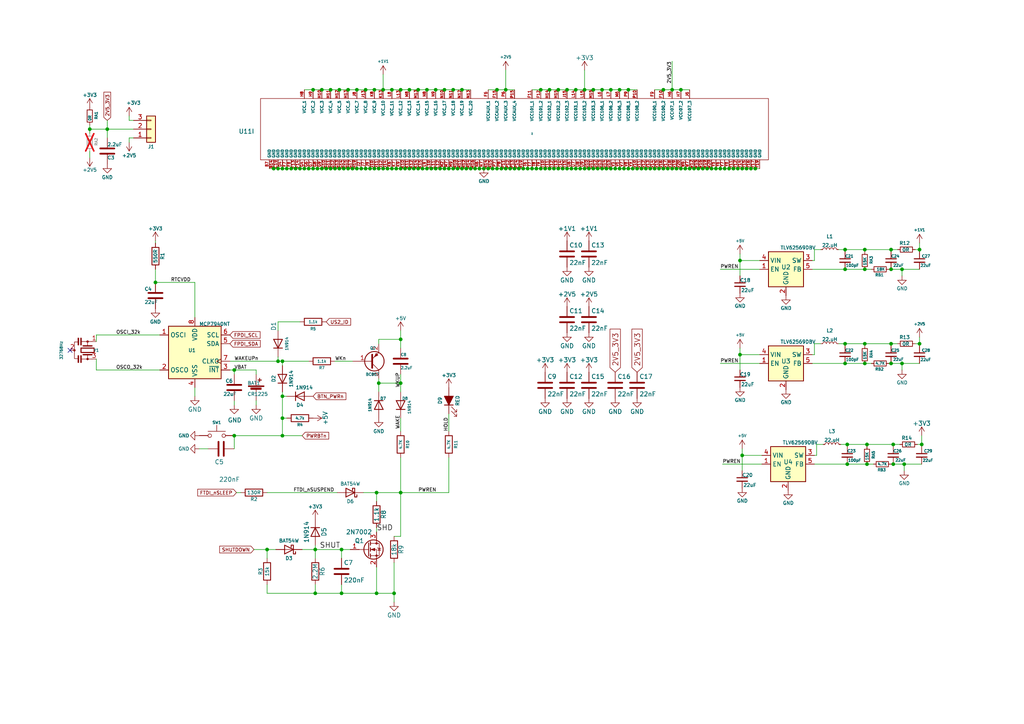
<source format=kicad_sch>
(kicad_sch (version 20230121) (generator eeschema)
  (paper "A4")
  (lib_symbols
    (symbol "Connector_Generic:Conn_01x03" (pin_names (offset 1.016) hide)
      (property "Reference" "J" (at 0 5.08 0))
      (property "Value" "Conn_01x03" (at 0 -5.08 0))
      (symbol "Conn_01x03_1_1"
        (pin passive line (at -5.08 2.54 0) (length 3.81) (name "Pin_1") (number "1"))
        (pin passive line (at -5.08 0 0) (length 3.81) (name "Pin_2") (number "2"))
        (pin passive line (at -5.08 -2.54 0) (length 3.81) (name "Pin_3") (number "3"))
      )
    )
    (symbol "Device:Battery_Cell" (pin_numbers hide) (pin_names (offset 0) hide)
      (property "Reference" "BT" (at 2.54 2.54 0))
      (property "Value" "Battery_Cell" (at 2.54 0 0))
      (symbol "Battery_Cell_1_1"
        (pin passive line (at 0 5.08 270) (length 2.54) (name "+") (number "1"))
        (pin passive line (at 0 -2.54 90) (length 2.54) (name "-") (number "2"))
      )
    )
    (symbol "Device:C" (pin_numbers hide) (pin_names (offset 0.254))
      (property "Reference" "C" (at 0.635 2.54 0))
      (property "Value" "C" (at 0.635 -2.54 0))
      (symbol "C_1_1"
        (pin passive line (at 0 3.81 270) (length 2.794) (name "~") (number "1"))
        (pin passive line (at 0 -3.81 90) (length 2.794) (name "~") (number "2"))
      )
    )
    (symbol "Device:C_Small" (pin_numbers hide) (pin_names (offset 0.254) hide)
      (property "Reference" "C" (at 0.254 1.778 0))
      (property "Value" "C_Small" (at 0.254 -2.032 0))
      (symbol "C_Small_1_1"
        (pin passive line (at 0 2.54 270) (length 2.032) (name "~") (number "1"))
        (pin passive line (at 0 -2.54 90) (length 2.032) (name "~") (number "2"))
      )
    )
    (symbol "Device:D" (pin_numbers hide) (pin_names (offset 1.016) hide)
      (property "Reference" "D" (at 0 2.54 0))
      (property "Value" "D" (at 0 -2.54 0))
      (symbol "D_1_1"
        (pin passive line (at -3.81 0 0) (length 2.54) (name "K") (number "1"))
        (pin passive line (at 3.81 0 180) (length 2.54) (name "A") (number "2"))
      )
    )
    (symbol "Device:D_Schottky" (pin_numbers hide) (pin_names (offset 1.016) hide)
      (property "Reference" "D" (at 0 2.54 0))
      (property "Value" "D_Schottky" (at 0 -2.54 0))
      (symbol "D_Schottky_1_1"
        (pin passive line (at -3.81 0 0) (length 2.54) (name "K") (number "1"))
        (pin passive line (at 3.81 0 180) (length 2.54) (name "A") (number "2"))
      )
    )
    (symbol "Device:L_Small" (pin_numbers hide) (pin_names (offset 0.254) hide)
      (property "Reference" "L" (at 0.762 1.016 0))
      (property "Value" "L_Small" (at 0.762 -1.016 0))
      (symbol "L_Small_1_1"
        (pin passive line (at 0 2.54 270) (length 0.508) (name "~") (number "1"))
        (pin passive line (at 0 -2.54 90) (length 0.508) (name "~") (number "2"))
      )
    )
    (symbol "Device:Q_NMOS_GSD" (pin_names (offset 0) hide)
      (property "Reference" "Q" (at 5.08 1.27 0))
      (property "Value" "Q_NMOS_GSD" (at 5.08 -1.27 0))
      (symbol "Q_NMOS_GSD_1_1"
        (pin input line (at -5.08 0 0) (length 2.54) (name "G") (number "1"))
        (pin passive line (at 2.54 -5.08 90) (length 2.54) (name "S") (number "2"))
        (pin passive line (at 2.54 5.08 270) (length 2.54) (name "D") (number "3"))
      )
    )
    (symbol "Device:Q_PNP_BEC" (pin_names (offset 0) hide)
      (property "Reference" "Q" (at 5.08 1.27 0))
      (property "Value" "Q_PNP_BEC" (at 5.08 -1.27 0))
      (symbol "Q_PNP_BEC_1_1"
        (pin input line (at -5.08 0 0) (length 5.715) (name "B") (number "1"))
        (pin passive line (at 2.54 -5.08 90) (length 2.54) (name "E") (number "2"))
        (pin passive line (at 2.54 5.08 270) (length 2.54) (name "C") (number "3"))
      )
    )
    (symbol "Device:R" (pin_numbers hide) (pin_names (offset 0))
      (property "Reference" "R" (at 2.032 0 90))
      (property "Value" "R" (at 0 0 90))
      (symbol "R_1_1"
        (pin passive line (at 0 3.81 270) (length 1.27) (name "~") (number "1"))
        (pin passive line (at 0 -3.81 90) (length 1.27) (name "~") (number "2"))
      )
    )
    (symbol "Device:R_Small" (pin_numbers hide) (pin_names (offset 0.254) hide)
      (property "Reference" "R" (at 0.762 0.508 0))
      (property "Value" "R_Small" (at 0.762 -1.016 0))
      (symbol "R_Small_1_1"
        (pin passive line (at 0 2.54 270) (length 0.762) (name "~") (number "1"))
        (pin passive line (at 0 -2.54 90) (length 0.762) (name "~") (number "2"))
      )
    )
    (symbol "Device:Resonator_Small" (pin_names (offset 1.016) hide)
      (property "Reference" "Y" (at 3.175 1.905 0))
      (property "Value" "Resonator_Small" (at 3.175 0 0))
      (symbol "Resonator_Small_1_1"
        (pin passive line (at -2.54 2.54 270) (length 1.27) (name "1") (number "1"))
        (pin passive line (at 0 -5.08 90) (length 1.27) (name "2") (number "2"))
        (pin passive line (at 2.54 2.54 270) (length 1.27) (name "3") (number "3"))
      )
    )
    (symbol "Library_Ulx3:ULX3_(FPGA)"
      (property "Reference" "U" (at 0 0 0))
      (symbol "ULX3_(FPGA)_1_1"
        (pin input line (at -20.32 15.24 0) (length 5.08) (name "PCLKT0_1") (number "A10"))
        (pin input line (at 17.78 15.24 180) (length 5.08) (name "PCLKC0_1") (number "A11"))
        (pin input line (at -20.32 -10.16 0) (length 5.08) (name "PT4A") (number "A6"))
        (pin input line (at -20.32 5.08 0) (length 5.08) (name "PT18A") (number "A7"))
        (pin input line (at 17.78 5.08 180) (length 5.08) (name "PT18B") (number "A8"))
        (pin input line (at -20.32 12.7 0) (length 5.08) (name "GR_PCLK0_1") (number "A9"))
        (pin input line (at 17.78 12.7 180) (length 5.08) (name "GR_PCLK0_0") (number "B10"))
        (pin input line (at -20.32 17.78 0) (length 5.08) (name "PCLKT0_0") (number "B11"))
        (pin input line (at 17.78 -10.16 180) (length 5.08) (name "PT4B") (number "B6"))
        (pin input line (at 17.78 2.54 180) (length 5.08) (name "PT15B") (number "B8"))
        (pin input line (at -20.32 10.16 0) (length 5.08) (name "PT58A") (number "B9"))
        (pin input line (at 17.78 10.16 180) (length 5.08) (name "PT58B") (number "C10"))
        (pin input line (at 17.78 17.78 180) (length 5.08) (name "PCLKC0_0") (number "C11"))
        (pin input line (at -20.32 -2.54 0) (length 5.08) (name "PT11A") (number "C6"))
        (pin input line (at 17.78 -2.54 180) (length 5.08) (name "PT11B") (number "C7"))
        (pin input line (at -20.32 2.54 0) (length 5.08) (name "PT15A") (number "C8"))
        (pin input line (at -20.32 -15.24 0) (length 5.08) (name "PT54A") (number "C9"))
        (pin input line (at -20.32 -12.7 0) (length 5.08) (name "PT56A") (number "D10"))
        (pin input line (at 17.78 -7.62 180) (length 5.08) (name "PT6B") (number "D6"))
        (pin input line (at 17.78 -5.08 180) (length 5.08) (name "PT9B") (number "D7"))
        (pin input line (at 17.78 0 180) (length 5.08) (name "PT13B") (number "D8"))
        (pin input line (at -20.32 7.62 0) (length 5.08) (name "PT20A") (number "D9"))
        (pin input line (at 17.78 -12.7 180) (length 5.08) (name "PT56B") (number "E10"))
        (pin input line (at -20.32 -7.62 0) (length 5.08) (name "PT6A") (number "E6"))
        (pin input line (at -20.32 -5.08 0) (length 5.08) (name "PT9A") (number "E7"))
        (pin input line (at -20.32 0 0) (length 5.08) (name "PT13A") (number "E8"))
        (pin input line (at 17.78 7.62 180) (length 5.08) (name "PT20B") (number "E9"))
      )
      (symbol "ULX3_(FPGA)_2_1"
        (pin input line (at -20.32 -11.43 0) (length 5.08) (name "PT76A") (number "A12"))
        (pin input line (at 17.78 -11.43 180) (length 5.08) (name "PT76B") (number "A13"))
        (pin input line (at -20.32 -3.81 0) (length 5.08) (name "PT83A") (number "A14"))
        (pin input line (at -20.32 -21.59 0) (length 5.08) (name "PT103A") (number "A15"))
        (pin input line (at -20.32 6.35 0) (length 5.08) (name "PT110A") (number "A16"))
        (pin input line (at -20.32 13.97 0) (length 5.08) (name "PT116A") (number "A17"))
        (pin input line (at -20.32 16.51 0) (length 5.08) (name "PT119A") (number "A18"))
        (pin input line (at -20.32 19.05 0) (length 5.08) (name "PT121A") (number "A19"))
        (pin input line (at -20.32 -16.51 0) (length 5.08) (name "PCLKT1_0") (number "B12"))
        (pin input line (at -20.32 -8.89 0) (length 5.08) (name "PT78A") (number "B13"))
        (pin input line (at -20.32 1.27 0) (length 5.08) (name "PT105A") (number "B15"))
        (pin input line (at 17.78 6.35 180) (length 5.08) (name "PT110B") (number "B16"))
        (pin input line (at -20.32 11.43 0) (length 5.08) (name "PT114A") (number "B17"))
        (pin input line (at 17.78 13.97 180) (length 5.08) (name "PT116B") (number "B18"))
        (pin input line (at 17.78 16.51 180) (length 5.08) (name "PT119B") (number "B19"))
        (pin input line (at 17.78 19.05 180) (length 5.08) (name "PT121B") (number "B20"))
        (pin input line (at 17.78 -16.51 180) (length 5.08) (name "PCLKC1_0") (number "C12"))
        (pin input line (at 17.78 -8.89 180) (length 5.08) (name "PT78B") (number "C13"))
        (pin input line (at 17.78 -3.81 180) (length 5.08) (name "PT83B") (number "C14"))
        (pin input line (at 17.78 1.27 180) (length 5.08) (name "PT105B") (number "C15"))
        (pin input line (at -20.32 8.89 0) (length 5.08) (name "PT112A") (number "C16"))
        (pin input line (at 17.78 11.43 180) (length 5.08) (name "PT114B") (number "C17"))
        (pin input line (at -20.32 -19.05 0) (length 5.08) (name "PCLKT1_1") (number "D11"))
        (pin input line (at -20.32 -13.97 0) (length 5.08) (name "GR_PCLK1_0") (number "D12"))
        (pin input line (at -20.32 -6.35 0) (length 5.08) (name "PT80A") (number "D13"))
        (pin input line (at -20.32 -1.27 0) (length 5.08) (name "PT85A") (number "D14"))
        (pin input line (at -20.32 3.81 0) (length 5.08) (name "PT107A") (number "D15"))
        (pin input line (at 17.78 8.89 180) (length 5.08) (name "PT112B") (number "D16"))
        (pin input line (at 17.78 -19.05 180) (length 5.08) (name "PCLKC1_1") (number "E11"))
        (pin input line (at 17.78 -13.97 180) (length 5.08) (name "GR_PCLK1_1") (number "E12"))
        (pin input line (at 17.78 -6.35 180) (length 5.08) (name "PT80B") (number "E13"))
        (pin input line (at 17.78 -1.27 180) (length 5.08) (name "PT85B") (number "E14"))
        (pin input line (at 17.78 3.81 180) (length 5.08) (name "PT107B") (number "E15"))
      )
      (symbol "ULX3_(FPGA)_3_1"
        (pin input line (at -19.05 -19.05 0) (length 5.08) (name "PR11A") (number "C18"))
        (pin input line (at -19.05 1.27 0) (length 5.08) (name "PR35A") (number "C20"))
        (pin input line (at 19.05 -19.05 180) (length 5.08) (name "PR11B") (number "D17"))
        (pin input line (at -19.05 -13.97 0) (length 5.08) (name "PR14A") (number "D18"))
        (pin input line (at 19.05 1.27 180) (length 5.08) (name "PR35B") (number "D19"))
        (pin input line (at -19.05 3.81 0) (length 5.08) (name "VREF1_2") (number "D20"))
        (pin input line (at -19.05 -16.51 0) (length 5.08) (name "PR11C") (number "E16"))
        (pin input line (at 19.05 -13.97 180) (length 5.08) (name "PR14B") (number "E17"))
        (pin input line (at -19.05 -11.43 0) (length 5.08) (name "PR14C") (number "E18"))
        (pin input line (at 19.05 3.81 180) (length 5.08) (name "PR35D") (number "E19"))
        (pin input line (at -19.05 6.35 0) (length 5.08) (name "PR38A") (number "E20"))
        (pin input line (at 19.05 -16.51 180) (length 5.08) (name "PR11D") (number "F16"))
        (pin input line (at -19.05 -8.89 0) (length 5.08) (name "PR17A") (number "F17"))
        (pin input line (at 19.05 -11.43 180) (length 5.08) (name "PR14D") (number "F18"))
        (pin input line (at 19.05 6.35 180) (length 5.08) (name "PR38B") (number "F19"))
        (pin input line (at -19.05 8.89 0) (length 5.08) (name "PR38C") (number "F20"))
        (pin input line (at -19.05 -6.35 0) (length 5.08) (name "PR17C") (number "G16"))
        (pin input line (at 19.05 -8.89 180) (length 5.08) (name "PR17B") (number "G18"))
        (pin input line (at -19.05 11.43 0) (length 5.08) (name "GR_PCLK2_1") (number "G19"))
        (pin input line (at 19.05 8.89 180) (length 5.08) (name "PR38D") (number "G20"))
        (pin input line (at 19.05 -6.35 180) (length 5.08) (name "PR17D") (number "H16"))
        (pin input line (at 19.05 -3.81 180) (length 5.08) (name "PR20B") (number "H17"))
        (pin input line (at -19.05 -3.81 0) (length 5.08) (name "PR20A") (number "H18"))
        (pin input line (at 19.05 11.43 180) (length 5.08) (name "PR41B") (number "H20"))
        (pin input line (at 19.05 -1.27 180) (length 5.08) (name "PR20D") (number "J16"))
        (pin input line (at -19.05 -1.27 0) (length 5.08) (name "PR20C") (number "J17"))
        (pin input line (at -19.05 13.97 0) (length 5.08) (name "GR_PCLK2_0") (number "J18"))
        (pin input line (at -19.05 16.51 0) (length 5.08) (name "PCLKT2_1") (number "J19"))
        (pin input line (at -19.05 19.05 0) (length 5.08) (name "PCLKT2_0") (number "J20"))
        (pin input line (at -19.05 -21.59 0) (length 5.08) (name "PR29A") (number "K16"))
        (pin input line (at 19.05 -21.59 180) (length 5.08) (name "PR29B") (number "K17"))
        (pin input line (at 19.05 13.97 180) (length 5.08) (name "PR41D") (number "K18"))
        (pin input line (at 19.05 16.51 180) (length 5.08) (name "PCLKC2_1") (number "K19"))
        (pin input line (at 19.05 19.05 180) (length 5.08) (name "PCLKC2_0") (number "K20"))
      )
      (symbol "ULX3_(FPGA)_4_1"
        (pin input line (at -19.05 -15.24 0) (length 5.08) (name "GR_PCLK3_0") (number "L16"))
        (pin input line (at 19.05 -15.24 180) (length 5.08) (name "PR50B") (number "L17"))
        (pin input line (at -19.05 -12.7 0) (length 5.08) (name "GR_PCLK3_1") (number "L18"))
        (pin input line (at -19.05 -17.78 0) (length 5.08) (name "PCLKT3_0") (number "L19"))
        (pin input line (at -19.05 -20.32 0) (length 5.08) (name "PCLKT3_1") (number "L20"))
        (pin input line (at 19.05 -10.16 180) (length 5.08) (name "PR53B") (number "M17"))
        (pin input line (at 19.05 -12.7 180) (length 5.08) (name "PR50D") (number "M18"))
        (pin input line (at 19.05 -17.78 180) (length 5.08) (name "PCLKC3_0") (number "M19"))
        (pin input line (at 19.05 -20.32 180) (length 5.08) (name "PCLKC3_1") (number "M20"))
        (pin input line (at -19.05 -10.16 0) (length 5.08) (name "PR53A") (number "N16"))
        (pin input line (at -19.05 -5.08 0) (length 5.08) (name "PR56A") (number "N17"))
        (pin input line (at -19.05 -7.62 0) (length 5.08) (name "PR53C") (number "N18"))
        (pin input line (at -19.05 0 0) (length 5.08) (name "PR83A") (number "N19"))
        (pin input line (at 19.05 0 180) (length 5.08) (name "PR83B") (number "N20"))
        (pin input line (at 19.05 -5.08 180) (length 5.08) (name "VREF1_3") (number "P16"))
        (pin input line (at 19.05 -7.62 180) (length 5.08) (name "PR53D") (number "P17"))
        (pin input line (at 19.05 2.54 180) (length 5.08) (name "PR83D") (number "P18"))
        (pin input line (at -19.05 2.54 0) (length 5.08) (name "PR83C") (number "P19"))
        (pin input line (at -19.05 5.08 0) (length 5.08) (name "PR86A") (number "P20"))
        (pin input line (at -19.05 -2.54 0) (length 5.08) (name "PR56C") (number "R16"))
        (pin input line (at 19.05 -2.54 180) (length 5.08) (name "PR56D") (number "R17"))
        (pin input line (at 19.05 10.16 180) (length 5.08) (name "PR89B") (number "R18"))
        (pin input line (at 19.05 5.08 180) (length 5.08) (name "PR86B") (number "R20"))
        (pin input line (at -19.05 -22.86 0) (length 5.08) (name "PR77A") (number "T16"))
        (pin input line (at 19.05 17.78 180) (length 5.08) (name "GPLL0C_IN") (number "T17"))
        (pin input line (at 19.05 12.7 180) (length 5.08) (name "PR89D") (number "T18"))
        (pin input line (at -19.05 10.16 0) (length 5.08) (name "PR89A") (number "T19"))
        (pin input line (at -19.05 7.62 0) (length 5.08) (name "PR86C") (number "T20"))
        (pin input line (at -19.05 17.78 0) (length 5.08) (name "GPLL0T_IN") (number "U16"))
        (pin input line (at 19.05 15.24 180) (length 5.08) (name "PR92B") (number "U17"))
        (pin input line (at -19.05 15.24 0) (length 5.08) (name "PR92A") (number "U18"))
        (pin input line (at -19.05 12.7 0) (length 5.08) (name "PR89C") (number "U19"))
        (pin input line (at 19.05 7.62 180) (length 5.08) (name "PR86D") (number "U20"))
      )
      (symbol "ULX3_(FPGA)_5_1"
        (pin input line (at 19.05 15.24 180) (length 5.08) (name "PCLKC6_1") (number "F1"))
        (pin input line (at 19.05 17.78 180) (length 5.08) (name "PCLKC6_0") (number "G1"))
        (pin input line (at -19.05 15.24 0) (length 5.08) (name "PCLKT6_1") (number "G2"))
        (pin input line (at -19.05 7.62 0) (length 5.08) (name "PL53C") (number "H1"))
        (pin input line (at -19.05 17.78 0) (length 5.08) (name "PCLKT6_0") (number "H2"))
        (pin input line (at 19.05 5.08 180) (length 5.08) (name "PL53B") (number "J1"))
        (pin input line (at -19.05 12.7 0) (length 5.08) (name "GR_PCLK6_1") (number "J3"))
        (pin input line (at -19.05 10.16 0) (length 5.08) (name "GR_PCLK6_0") (number "J4"))
        (pin input line (at 19.05 10.16 180) (length 5.08) (name "PL50B") (number "J5"))
        (pin input line (at 19.05 7.62 180) (length 5.08) (name "PL53D") (number "K1"))
        (pin input line (at -19.05 5.08 0) (length 5.08) (name "PL53A") (number "K2"))
        (pin input line (at 19.05 12.7 180) (length 5.08) (name "PL50D") (number "K3"))
        (pin input line (at -19.05 0 0) (length 5.08) (name "PL56A") (number "K4"))
        (pin input line (at 19.05 0 180) (length 5.08) (name "VREF1_6") (number "K5"))
        (pin input line (at -19.05 -12.7 0) (length 5.08) (name "PL65C") (number "L1"))
        (pin input line (at 19.05 -7.62 180) (length 5.08) (name "PL86D") (number "L2"))
        (pin input line (at -19.05 -7.62 0) (length 5.08) (name "PL86C") (number "L3"))
        (pin input line (at -19.05 2.54 0) (length 5.08) (name "PL56C") (number "L4"))
        (pin input line (at 19.05 2.54 180) (length 5.08) (name "PL56D") (number "L5"))
        (pin input line (at 19.05 -15.24 180) (length 5.08) (name "PL89B") (number "M1"))
        (pin input line (at 19.05 -10.16 180) (length 5.08) (name "PL86B") (number "M3"))
        (pin input line (at -19.05 -5.08 0) (length 5.08) (name "PL83A") (number "M4"))
        (pin input line (at -19.05 -22.86 0) (length 5.08) (name "PL77A") (number "M5"))
        (pin input line (at 19.05 -12.7 180) (length 5.08) (name "PL89D") (number "N1"))
        (pin input line (at -19.05 -15.24 0) (length 5.08) (name "PL65A") (number "N2"))
        (pin input line (at -19.05 -10.16 0) (length 5.08) (name "PL86A") (number "N3"))
        (pin input line (at -19.05 -2.54 0) (length 5.08) (name "PL83C") (number "N4"))
        (pin input line (at 19.05 -5.08 180) (length 5.08) (name "PL83B") (number "N5"))
        (pin input line (at -19.05 -20.32 0) (length 5.08) (name "PL92A") (number "P1"))
        (pin input line (at 19.05 -20.32 180) (length 5.08) (name "PL92B") (number "P2"))
        (pin input line (at -19.05 -17.78 0) (length 5.08) (name "GPLL0T_IN") (number "P3"))
        (pin input line (at 19.05 -17.78 180) (length 5.08) (name "GPLL0C_IN") (number "P4"))
        (pin input line (at 19.05 -2.54 180) (length 5.08) (name "PL83D") (number "P5"))
      )
      (symbol "ULX3_(FPGA)_6_1"
        (pin input line (at -19.05 -2.54 0) (length 5.08) (name "PL35A") (number "A2"))
        (pin input line (at -19.05 15.24 0) (length 5.08) (name "PL14C") (number "A3"))
        (pin input line (at -19.05 17.78 0) (length 5.08) (name "PL11A") (number "A4"))
        (pin input line (at 19.05 17.78 180) (length 5.08) (name "PL11B") (number "A5"))
        (pin input line (at 19.05 -2.54 180) (length 5.08) (name "PL35B") (number "B1"))
        (pin input line (at -19.05 0 0) (length 5.08) (name "VREF1_7") (number "B2"))
        (pin input line (at 19.05 15.24 180) (length 5.08) (name "PL14D") (number "B3"))
        (pin input line (at 19.05 12.7 180) (length 5.08) (name "PL14B") (number "B4"))
        (pin input line (at -19.05 20.32 0) (length 5.08) (name "PL11C") (number "B5"))
        (pin input line (at -19.05 -7.62 0) (length 5.08) (name "PL38A") (number "C1"))
        (pin input line (at 19.05 0 180) (length 5.08) (name "PL35D") (number "C2"))
        (pin input line (at -19.05 10.16 0) (length 5.08) (name "PL17C") (number "C3"))
        (pin input line (at -19.05 12.7 0) (length 5.08) (name "PL14A") (number "C4"))
        (pin input line (at 19.05 20.32 180) (length 5.08) (name "PL11D") (number "C5"))
        (pin input line (at 19.05 -7.62 180) (length 5.08) (name "PL38B") (number "D1"))
        (pin input line (at -19.05 -5.08 0) (length 5.08) (name "PL38C") (number "D2"))
        (pin input line (at 19.05 10.16 180) (length 5.08) (name "PL17D") (number "D3"))
        (pin input line (at 19.05 7.62 180) (length 5.08) (name "PL17B") (number "D5"))
        (pin input line (at 19.05 -5.08 180) (length 5.08) (name "PL38D") (number "E1"))
        (pin input line (at 19.05 -15.24 180) (length 5.08) (name "PCLKC7_0") (number "E2"))
        (pin input line (at 19.05 2.54 180) (length 5.08) (name "PL20B") (number "E3"))
        (pin input line (at -19.05 7.62 0) (length 5.08) (name "PL17A") (number "E4"))
        (pin input line (at -19.05 5.08 0) (length 5.08) (name "PL20C") (number "E5"))
        (pin input line (at -19.05 -15.24 0) (length 5.08) (name "PCLKT7_0") (number "F2"))
        (pin input line (at 19.05 -17.78 180) (length 5.08) (name "PCLKC7_1") (number "F3"))
        (pin input line (at -19.05 2.54 0) (length 5.08) (name "PL20A") (number "F4"))
        (pin input line (at 19.05 5.08 180) (length 5.08) (name "PL20D") (number "F5"))
        (pin input line (at -19.05 -17.78 0) (length 5.08) (name "PCLKT7_1") (number "G3"))
        (pin input line (at 19.05 -12.7 180) (length 5.08) (name "PL41B") (number "G5"))
        (pin input line (at 19.05 -10.16 180) (length 5.08) (name "PL41D") (number "H3"))
        (pin input line (at -19.05 -12.7 0) (length 5.08) (name "GR_PCLK7_1") (number "H4"))
        (pin input line (at -19.05 -10.16 0) (length 5.08) (name "GR_PCLK7_0") (number "H5"))
      )
      (symbol "ULX3_(FPGA)_7_1"
        (pin input line (at -17.78 16.51 0) (length 5.08) (name "D7") (number "R1"))
        (pin input line (at -17.78 3.81 0) (length 5.08) (name "CSSPIN") (number "R2"))
        (pin input line (at 20.32 3.81 180) (length 5.08) (name "DOUT/CSOn") (number "R3"))
        (pin input line (at -17.78 -11.43 0) (length 5.08) (name "CFG_2") (number "R4"))
        (pin input line (at 20.32 16.51 180) (length 5.08) (name "D6") (number "T1"))
        (pin input line (at -17.78 6.35 0) (length 5.08) (name "SN/CSn") (number "T2"))
        (pin input line (at -17.78 -3.81 0) (length 5.08) (name "WRITEn") (number "T3"))
        (pin input line (at -17.78 -13.97 0) (length 5.08) (name "CFG_1") (number "T4"))
        (pin input line (at -17.78 13.97 0) (length 5.08) (name "D5/MISO2") (number "U1"))
        (pin input line (at 20.32 6.35 180) (length 5.08) (name "CS1n") (number "U2"))
        (pin input line (at -17.78 -6.35 0) (length 5.08) (name "CCLK") (number "U3"))
        (pin input line (at -17.78 -16.51 0) (length 5.08) (name "CFG_0") (number "U4"))
        (pin input line (at 20.32 13.97 180) (length 5.08) (name "D4/MOSI2") (number "V1"))
        (pin input line (at -17.78 8.89 0) (length 5.08) (name "D1/MISO") (number "V2"))
        (pin input line (at -17.78 1.27 0) (length 5.08) (name "INITn") (number "V3"))
        (pin input line (at -17.78 11.43 0) (length 5.08) (name "D3/HOLDn") (number "W1"))
        (pin input line (at 20.32 8.89 180) (length 5.08) (name "D0/MOSI") (number "W2"))
        (pin input line (at -17.78 -1.27 0) (length 5.08) (name "PROGRAMn") (number "W3"))
        (pin input line (at 20.32 11.43 180) (length 5.08) (name "D2/WPn") (number "Y2"))
        (pin input line (at -17.78 -8.89 0) (length 5.08) (name "DONE") (number "Y3"))
      )
      (symbol "ULX3_(FPGA)_8_1"
        (pin input line (at 21.59 7.62 180) (length 5.08) (name "VCCHTX0_D0CH1") (number "T10"))
        (pin input line (at -21.59 -8.89 0) (length 5.08) (name "VCCHTX0_D1CH0") (number "T11"))
        (pin input line (at -21.59 -11.43 0) (length 5.08) (name "VCCHRX0_D1CH0") (number "T12"))
        (pin input line (at 21.59 -11.43 180) (length 5.08) (name "VCCHRX0_D1CH1") (number "T13"))
        (pin input line (at 21.59 -8.89 180) (length 5.08) (name "VCCHTX0_D1CH1") (number "T14"))
        (pin input line (at -21.59 -3.81 0) (length 5.08) (name "VCCA1") (number "T15"))
        (pin input line (at -21.59 2.54 0) (length 5.08) (name "VCCA0") (number "T6"))
        (pin input line (at -21.59 7.62 0) (length 5.08) (name "VCCHTX0_D0CH0") (number "T7"))
        (pin input line (at -21.59 5.08 0) (length 5.08) (name "VCCHRX0_D0CH0") (number "T8"))
        (pin input line (at 21.59 5.08 180) (length 5.08) (name "VCCHRX0_D0CH1") (number "T9"))
        (pin input line (at -21.59 -6.35 0) (length 5.08) (name "VCCA1") (number "U15"))
        (pin input line (at -21.59 0 0) (length 5.08) (name "VCCA0") (number "U6"))
        (pin input line (at 21.59 2.54 180) (length 5.08) (name "VCCAUXA0") (number "V10"))
        (pin input line (at 21.59 0 180) (length 5.08) (name "VCCAUXA0") (number "V11"))
        (pin input line (at 21.59 -3.81 180) (length 5.08) (name "VCCAUXA1") (number "V17"))
        (pin input line (at 21.59 -6.35 180) (length 5.08) (name "VCCAUXA1") (number "V18"))
        (pin input line (at -21.59 -17.78 0) (length 5.08) (name "HDTXP0_D1CH0") (number "W13"))
        (pin input line (at 21.59 -17.78 180) (length 5.08) (name "HDTXN0_D1CH0") (number "W14"))
        (pin input line (at -21.59 -22.86 0) (length 5.08) (name "HDTXP0_D1CH1") (number "W17"))
        (pin input line (at 21.59 -22.86 180) (length 5.08) (name "HDTXN0_D1CH1") (number "W18"))
        (pin input line (at 21.59 -15.24 180) (length 5.08) (name "REFCLKN_D1") (number "W20"))
        (pin input line (at -21.59 19.05 0) (length 5.08) (name "HDTXP0_D0CH0") (number "W4"))
        (pin input line (at 21.59 19.05 180) (length 5.08) (name "HDTXN0_D0CH0") (number "W5"))
        (pin input line (at -21.59 13.97 0) (length 5.08) (name "HDTXP0_D0CH1") (number "W8"))
        (pin input line (at 21.59 13.97 180) (length 5.08) (name "HDTXN0_D0CH1") (number "W9"))
        (pin input line (at -21.59 21.59 0) (length 5.08) (name "REFCLKP_D0") (number "Y11"))
        (pin input line (at 21.59 21.59 180) (length 5.08) (name "REFCLKN_D0") (number "Y12"))
        (pin input line (at -21.59 -20.32 0) (length 5.08) (name "HDRXP0_D1CH0") (number "Y14"))
        (pin input line (at 21.59 -20.32 180) (length 5.08) (name "HDRXN0_D1CH0") (number "Y15"))
        (pin input line (at -21.59 -25.4 0) (length 5.08) (name "HDRXP0_D1CH1") (number "Y16"))
        (pin input line (at 21.59 -25.4 180) (length 5.08) (name "HDRXN0_D1CH1") (number "Y17"))
        (pin input line (at -21.59 -15.24 0) (length 5.08) (name "REFCLKP_D1") (number "Y19"))
        (pin input line (at -21.59 16.51 0) (length 5.08) (name "HDRXP0_D0CH0") (number "Y5"))
        (pin input line (at 21.59 16.51 180) (length 5.08) (name "HDRXN0_D0CH0") (number "Y6"))
        (pin input line (at -21.59 11.43 0) (length 5.08) (name "HDRXP0_D0CH1") (number "Y7"))
        (pin input line (at 21.59 11.43 180) (length 5.08) (name "HDRXN0_D0CH1") (number "Y8"))
      )
      (symbol "ULX3_(FPGA)_9_1"
        (pin input line (at -10.16 74.93 0) (length 2.54) (name "GND") (number "B14"))
        (pin input line (at -10.16 76.2 0) (length 2.54) (name "GND") (number "B7"))
        (pin input line (at -10.16 73.66 0) (length 2.54) (name "GND") (number "C19"))
        (pin input line (at -10.16 72.39 0) (length 2.54) (name "GND") (number "D4"))
        (pin input line (at 12.7 -38.1 180) (length 2.54) (name "VCC100_2") (number "F10"))
        (pin input line (at 12.7 0 180) (length 2.54) (name "VCC101_1") (number "F11"))
        (pin input line (at 12.7 -2.54 180) (length 2.54) (name "VCC101_2") (number "F12"))
        (pin input line (at -10.16 68.58 0) (length 2.54) (name "GND") (number "F13"))
        (pin input line (at -10.16 67.31 0) (length 2.54) (name "GND") (number "F14"))
        (pin input line (at 12.7 10.16 180) (length 2.54) (name "VCCAUX_2") (number "F15"))
        (pin input line (at 12.7 12.7 180) (length 2.54) (name "VCCAUX_1") (number "F6"))
        (pin input line (at -10.16 71.12 0) (length 2.54) (name "GND") (number "F7"))
        (pin input line (at -10.16 69.85 0) (length 2.54) (name "GND") (number "F8"))
        (pin input line (at 12.7 -35.56 180) (length 2.54) (name "VCC100_1") (number "F9"))
        (pin input line (at -10.16 59.69 0) (length 2.54) (name "GND") (number "G10"))
        (pin input line (at -10.16 58.42 0) (length 2.54) (name "GND") (number "G11"))
        (pin input line (at -10.16 57.15 0) (length 2.54) (name "GND") (number "G12"))
        (pin input line (at -10.16 55.88 0) (length 2.54) (name "GND") (number "G13"))
        (pin input line (at -10.16 54.61 0) (length 2.54) (name "GND") (number "G14"))
        (pin input line (at -10.16 53.34 0) (length 2.54) (name "GND") (number "G15"))
        (pin input line (at -10.16 52.07 0) (length 2.54) (name "GND") (number "G17"))
        (pin input line (at -10.16 66.04 0) (length 2.54) (name "GND") (number "G4"))
        (pin input line (at -10.16 64.77 0) (length 2.54) (name "GND") (number "G6"))
        (pin input line (at -10.16 63.5 0) (length 2.54) (name "GND") (number "G7"))
        (pin input line (at -10.16 62.23 0) (length 2.54) (name "GND") (number "G8"))
        (pin input line (at -10.16 60.96 0) (length 2.54) (name "GND") (number "G9"))
        (pin input line (at 12.7 60.96 180) (length 2.54) (name "VCC_3") (number "H10"))
        (pin input line (at 12.7 58.42 180) (length 2.54) (name "VCC_4") (number "H11"))
        (pin input line (at 12.7 55.88 180) (length 2.54) (name "VCC_5") (number "H12"))
        (pin input line (at 12.7 53.34 180) (length 2.54) (name "VCC_6") (number "H13"))
        (pin input line (at 12.7 -5.08 180) (length 2.54) (name "VCC102_1") (number "H14"))
        (pin input line (at 12.7 -7.62 180) (length 2.54) (name "VCC102_2") (number "H15"))
        (pin input line (at -10.16 50.8 0) (length 2.54) (name "GND") (number "H19"))
        (pin input line (at 12.7 -40.64 180) (length 2.54) (name "VCCI07_1") (number "H6"))
        (pin input line (at 12.7 -43.18 180) (length 2.54) (name "VCCI07_2") (number "H7"))
        (pin input line (at 12.7 66.04 180) (length 2.54) (name "VCC_1") (number "H8"))
        (pin input line (at 12.7 63.5 180) (length 2.54) (name "VCC_2") (number "H9"))
        (pin input line (at -10.16 45.72 0) (length 2.54) (name "GND") (number "J10"))
        (pin input line (at -10.16 44.45 0) (length 2.54) (name "GND") (number "J11"))
        (pin input line (at -10.16 43.18 0) (length 2.54) (name "GND") (number "J12"))
        (pin input line (at 12.7 48.26 180) (length 2.54) (name "VCC_8") (number "J13"))
        (pin input line (at -10.16 41.91 0) (length 2.54) (name "GND") (number "J14"))
        (pin input line (at 12.7 -10.16 180) (length 2.54) (name "VCC102_3") (number "J15"))
        (pin input line (at -10.16 49.53 0) (length 2.54) (name "GND") (number "J2"))
        (pin input line (at 12.7 -45.72 180) (length 2.54) (name "VCC107_3") (number "J6"))
        (pin input line (at -10.16 48.26 0) (length 2.54) (name "GND") (number "J7"))
        (pin input line (at 12.7 50.8 180) (length 2.54) (name "VCC_7") (number "J8"))
        (pin input line (at -10.16 46.99 0) (length 2.54) (name "GND") (number "J9"))
        (pin input line (at -10.16 36.83 0) (length 2.54) (name "GND") (number "K10"))
        (pin input line (at -10.16 35.56 0) (length 2.54) (name "GND") (number "K11"))
        (pin input line (at -10.16 34.29 0) (length 2.54) (name "GND") (number "K12"))
        (pin input line (at 12.7 43.18 180) (length 2.54) (name "VCC_10") (number "K13"))
        (pin input line (at -10.16 33.02 0) (length 2.54) (name "GND") (number "K14"))
        (pin input line (at -10.16 31.75 0) (length 2.54) (name "GND") (number "K15"))
        (pin input line (at -10.16 40.64 0) (length 2.54) (name "GND") (number "K6"))
        (pin input line (at -10.16 39.37 0) (length 2.54) (name "GND") (number "K7"))
        (pin input line (at 12.7 45.72 180) (length 2.54) (name "VCC_9") (number "K8"))
        (pin input line (at -10.16 38.1 0) (length 2.54) (name "GND") (number "K9"))
        (pin input line (at -10.16 29.21 0) (length 2.54) (name "GND") (number "L10"))
        (pin input line (at -10.16 27.94 0) (length 2.54) (name "GND") (number "L11"))
        (pin input line (at -10.16 26.67 0) (length 2.54) (name "GND") (number "L12"))
        (pin input line (at 12.7 38.1 180) (length 2.54) (name "VCC_12") (number "L13"))
        (pin input line (at 12.7 -12.7 180) (length 2.54) (name "VCC103_1") (number "L14"))
        (pin input line (at 12.7 -15.24 180) (length 2.54) (name "VCC103_2") (number "L15"))
        (pin input line (at 12.7 -20.32 180) (length 2.54) (name "VCC106_1") (number "L6"))
        (pin input line (at 12.7 -22.86 180) (length 2.54) (name "VCC106_2") (number "L7"))
        (pin input line (at 12.7 40.64 180) (length 2.54) (name "VCC_11") (number "L8"))
        (pin input line (at -10.16 30.48 0) (length 2.54) (name "GND") (number "L9"))
        (pin input line (at -10.16 21.59 0) (length 2.54) (name "GND") (number "M10"))
        (pin input line (at -10.16 20.32 0) (length 2.54) (name "GND") (number "M11"))
        (pin input line (at -10.16 19.05 0) (length 2.54) (name "GND") (number "M12"))
        (pin input line (at 12.7 33.02 180) (length 2.54) (name "VCC_14") (number "M13"))
        (pin input line (at -10.16 17.78 0) (length 2.54) (name "GND") (number "M14"))
        (pin input line (at 12.7 -17.78 180) (length 2.54) (name "VCC103_3") (number "M15"))
        (pin input line (at -10.16 16.51 0) (length 2.54) (name "GND") (number "M16"))
        (pin input line (at -10.16 25.4 0) (length 2.54) (name "GND") (number "M2"))
        (pin input line (at 12.7 -25.4 180) (length 2.54) (name "VCC106_3") (number "M6"))
        (pin input line (at -10.16 24.13 0) (length 2.54) (name "GND") (number "M7"))
        (pin input line (at 12.7 35.56 180) (length 2.54) (name "VCC_13") (number "M8"))
        (pin input line (at -10.16 22.86 0) (length 2.54) (name "GND") (number "M9"))
        (pin input line (at 12.7 25.4 180) (length 2.54) (name "VCC_17") (number "N10"))
        (pin input line (at 12.7 22.86 180) (length 2.54) (name "VCC_18") (number "N11"))
        (pin input line (at 12.7 20.32 180) (length 2.54) (name "VCC_19") (number "N12"))
        (pin input line (at 12.7 17.78 180) (length 2.54) (name "VCC_20") (number "N13"))
        (pin input line (at -10.16 12.7 0) (length 2.54) (name "GND") (number "N14"))
        (pin input line (at -10.16 11.43 0) (length 2.54) (name "GND") (number "N15"))
        (pin input line (at -10.16 15.24 0) (length 2.54) (name "GND") (number "N6"))
        (pin input line (at -10.16 13.97 0) (length 2.54) (name "GND") (number "N7"))
        (pin input line (at 12.7 30.48 180) (length 2.54) (name "VCC_15") (number "N8"))
        (pin input line (at 12.7 27.94 180) (length 2.54) (name "VCC_16") (number "N9"))
        (pin input line (at 12.7 -30.48 180) (length 2.54) (name "VCC108_2") (number "P10"))
        (pin input line (at -10.16 7.62 0) (length 2.54) (name "GND") (number "P11"))
        (pin input line (at -10.16 6.35 0) (length 2.54) (name "GND") (number "P12"))
        (pin input line (at -10.16 5.08 0) (length 2.54) (name "GND") (number "P13"))
        (pin input line (at -10.16 3.81 0) (length 2.54) (name "GND") (number "P14"))
        (pin input line (at 12.7 5.08 180) (length 2.54) (name "VCCAUX_4") (number "P15"))
        (pin input line (at 12.7 7.62 180) (length 2.54) (name "VCCAUX_3") (number "P6"))
        (pin input line (at -10.16 10.16 0) (length 2.54) (name "GND") (number "P7"))
        (pin input line (at -10.16 8.89 0) (length 2.54) (name "GND") (number "P8"))
        (pin input line (at 12.7 -27.94 180) (length 2.54) (name "VCC108_1") (number "P9"))
        (pin input line (at -10.16 2.54 0) (length 2.54) (name "GND") (number "R19"))
        (pin input line (at -10.16 -3.81 0) (length 2.54) (name "GND") (number "T10"))
        (pin input line (at -10.16 -5.08 0) (length 2.54) (name "GND") (number "T11"))
        (pin input line (at -10.16 -6.35 0) (length 2.54) (name "GND") (number "T12"))
        (pin input line (at -10.16 -7.62 0) (length 2.54) (name "GND") (number "T13"))
        (pin input line (at -10.16 -8.89 0) (length 2.54) (name "GND") (number "T14"))
        (pin input line (at -10.16 -10.16 0) (length 2.54) (name "GND") (number "T15"))
        (pin input line (at -10.16 1.27 0) (length 2.54) (name "GND") (number "T6"))
        (pin input line (at -10.16 0 0) (length 2.54) (name "GND") (number "T7"))
        (pin input line (at -10.16 -1.27 0) (length 2.54) (name "GND") (number "T8"))
        (pin input line (at -10.16 -2.54 0) (length 2.54) (name "GND") (number "T9"))
        (pin input line (at -10.16 -16.51 0) (length 2.54) (name "GND") (number "U10"))
        (pin input line (at -10.16 -17.78 0) (length 2.54) (name "GND") (number "U11"))
        (pin input line (at -10.16 -19.05 0) (length 2.54) (name "GND") (number "U12"))
        (pin input line (at -10.16 -20.32 0) (length 2.54) (name "GND") (number "U13"))
        (pin input line (at -10.16 -21.59 0) (length 2.54) (name "GND") (number "U14"))
        (pin input line (at -10.16 -22.86 0) (length 2.54) (name "GND") (number "U15"))
        (pin input line (at -10.16 -11.43 0) (length 2.54) (name "GND") (number "U6"))
        (pin input line (at -10.16 -12.7 0) (length 2.54) (name "GND") (number "U7"))
        (pin input line (at -10.16 -13.97 0) (length 2.54) (name "GND") (number "U8"))
        (pin input line (at -10.16 -15.24 0) (length 2.54) (name "GND") (number "U9"))
        (pin input line (at -10.16 -30.48 0) (length 2.54) (name "GND") (number "V10"))
        (pin input line (at -10.16 -31.75 0) (length 2.54) (name "GND") (number "V11"))
        (pin input line (at -10.16 -33.02 0) (length 2.54) (name "GND") (number "V12"))
        (pin input line (at -10.16 -34.29 0) (length 2.54) (name "GND") (number "V13"))
        (pin input line (at -10.16 -35.56 0) (length 2.54) (name "GND") (number "V14"))
        (pin input line (at -10.16 -36.83 0) (length 2.54) (name "GND") (number "V15"))
        (pin input line (at -10.16 -38.1 0) (length 2.54) (name "GND") (number "V16"))
        (pin input line (at -10.16 -39.37 0) (length 2.54) (name "GND") (number "V17"))
        (pin input line (at -10.16 -40.64 0) (length 2.54) (name "GND") (number "V18"))
        (pin input line (at -10.16 -41.91 0) (length 2.54) (name "GND") (number "V19"))
        (pin input line (at -10.16 -43.18 0) (length 2.54) (name "GND") (number "V20"))
        (pin input line (at -10.16 -24.13 0) (length 2.54) (name "GND") (number "V5"))
        (pin input line (at -10.16 -25.4 0) (length 2.54) (name "GND") (number "V6"))
        (pin input line (at -10.16 -26.67 0) (length 2.54) (name "GND") (number "V7"))
        (pin input line (at -10.16 -27.94 0) (length 2.54) (name "GND") (number "V8"))
        (pin input line (at -10.16 -29.21 0) (length 2.54) (name "GND") (number "V9"))
        (pin input line (at -10.16 -46.99 0) (length 2.54) (name "GND") (number "W12"))
        (pin input line (at -10.16 -48.26 0) (length 2.54) (name "GND") (number "W15"))
        (pin input line (at -10.16 -49.53 0) (length 2.54) (name "GND") (number "W16"))
        (pin input line (at -10.16 -50.8 0) (length 2.54) (name "GND") (number "W19"))
        (pin input line (at -10.16 -52.07 0) (length 2.54) (name "GND") (number "W20"))
        (pin input line (at -10.16 -44.45 0) (length 2.54) (name "GND") (number "W6"))
        (pin input line (at -10.16 -45.72 0) (length 2.54) (name "GND") (number "W7"))
        (pin input line (at -10.16 -58.42 0) (length 2.54) (name "GND") (number "Y11"))
        (pin input line (at -10.16 -59.69 0) (length 2.54) (name "GND") (number "Y12"))
        (pin input line (at -10.16 -60.96 0) (length 2.54) (name "GND") (number "Y14"))
        (pin input line (at -10.16 -62.23 0) (length 2.54) (name "GND") (number "Y15"))
        (pin input line (at -10.16 -63.5 0) (length 2.54) (name "GND") (number "Y16"))
        (pin input line (at -10.16 -64.77 0) (length 2.54) (name "GND") (number "Y17"))
        (pin input line (at -10.16 -66.04 0) (length 2.54) (name "GND") (number "Y19"))
        (pin input line (at -10.16 -53.34 0) (length 2.54) (name "GND") (number "Y5"))
        (pin input line (at -10.16 -54.61 0) (length 2.54) (name "GND") (number "Y6"))
        (pin input line (at -10.16 -55.88 0) (length 2.54) (name "GND") (number "Y7"))
        (pin input line (at -10.16 -57.15 0) (length 2.54) (name "GND") (number "Y8"))
      )
      (symbol "ULX3_(FPGA)_10_0"
        (text "JTAG" (at 6.35 1.27 0) (effects (font (size 1.524 1.524))))
      )
      (symbol "ULX3_(FPGA)_10_1"
        (text "PROG" (at 6.35 -1.27 0) (effects (font (size 1.524 1.524))))
        (pin input line (at -11.43 3.81 0) (length 5.08) (name "TDI") (number "R5"))
        (pin input line (at -11.43 -1.27 0) (length 5.08) (name "TCK") (number "T5"))
        (pin input line (at -11.43 -3.81 0) (length 5.08) (name "TMS") (number "U5"))
        (pin input line (at -11.43 1.27 0) (length 5.08) (name "TDO") (number "V4"))
      )
    )
    (symbol "Regulator_Switching:TLV62569DBV"
      (property "Reference" "U" (at -5.08 6.35 0))
      (property "Value" "TLV62569DBV" (at 0 6.35 0))
      (symbol "TLV62569DBV_1_1"
        (pin input line (at -7.62 0 0) (length 2.54) (name "EN") (number "1"))
        (pin power_in line (at 0 -7.62 90) (length 2.54) (name "GND") (number "2"))
        (pin power_out line (at 7.62 2.54 180) (length 2.54) (name "SW") (number "3"))
        (pin power_in line (at -7.62 2.54 0) (length 2.54) (name "VIN") (number "4"))
        (pin input line (at 7.62 0 180) (length 2.54) (name "FB") (number "5"))
      )
    )
    (symbol "SW_Push_1" (pin_numbers hide) (pin_names (offset 1.016) hide)
      (property "Reference" "SW1" (at 0 3.81 0))
      (property "Value" " " (at 0 4.445 0))
      (symbol "SW_Push_1_0_1"
        (pin passive line (at -5.08 0 0) (length 2.54) (name "1") (number "1"))
      )
      (symbol "SW_Push_1_1_1"
        (pin passive line (at -5.08 0 0) (length 2.54) (name "1") (number "2"))
        (pin passive line (at 5.08 0 180) (length 2.54) (name "2") (number "3"))
        (pin passive line (at 5.08 0 180) (length 2.54) (name "2") (number "4"))
      )
    )
    (symbol "Timer_RTC:PCF8563T"
      (property "Reference" "U" (at -7.62 8.89 0))
      (property "Value" "PCF8563T" (at 2.54 8.89 0))
      (symbol "PCF8563T_1_1"
        (pin input line (at -10.16 5.08 0) (length 2.54) (name "OSCI") (number "1"))
        (pin output line (at -10.16 -5.08 0) (length 2.54) (name "OSCO") (number "2"))
        (pin output line (at 10.16 -5.08 180) (length 2.54) (name "~{INT}") (number "3"))
        (pin power_in line (at 0 -10.16 90) (length 2.54) (name "VSS") (number "4"))
        (pin bidirectional line (at 10.16 2.54 180) (length 2.54) (name "SDA") (number "5"))
        (pin input line (at 10.16 5.08 180) (length 2.54) (name "SCL") (number "6"))
        (pin output clock (at 10.16 -2.54 180) (length 2.54) (name "CLKO") (number "7"))
        (pin power_in line (at 0 10.16 270) (length 2.54) (name "VDD") (number "8"))
      )
    )
    (symbol "power:+1V1" (power) (pin_names (offset 0))
      (property "Value" "+1V1" (at 0 3.556 0))
      (symbol "+1V1_1_1"
        (pin power_in line (at 0 0 90) (length 0) hide (name "+1V1") (number "1"))
      )
    )
    (symbol "power:+2V5" (power) (pin_names (offset 0))
      (property "Value" "+2V5" (at 0 3.556 0))
      (symbol "+2V5_1_1"
        (pin power_in line (at 0 0 90) (length 0) hide (name "+2V5") (number "1"))
      )
    )
    (symbol "power:+3V3" (power) (pin_names (offset 0))
      (property "Value" "+3V3" (at 0 3.556 0))
      (symbol "+3V3_1_1"
        (pin power_in line (at 0 0 90) (length 0) hide (name "+3V3") (number "1"))
      )
    )
    (symbol "power:+5V" (power) (pin_names (offset 0))
      (property "Value" "+5V" (at 0 3.556 0))
      (symbol "+5V_1_1"
        (pin power_in line (at 0 0 90) (length 0) hide (name "+5V") (number "1"))
      )
    )
    (symbol "power:GND" (power) (pin_names (offset 0))
      (property "Value" "GND" (at 0 -3.81 0))
      (symbol "GND_1_1"
        (pin power_in line (at 0 0 270) (length 0) hide (name "GND") (number "1"))
      )
    )
    (symbol "ulx3s-rescue:LED_ALT-Device" (pin_numbers hide) (pin_names (offset 1.016) hide)
      (property "Reference" "D" (at 0 2.54 0))
      (property "Value" "Device_LED_ALT" (at 0 -2.54 0))
      (symbol "LED_ALT-Device_1_1"
        (pin passive line (at -3.81 0 0) (length 2.54) (name "K") (number "1"))
        (pin passive line (at 3.81 0 180) (length 2.54) (name "A") (number "2"))
      )
    )
  )
  (junction (at 91.44 172.085))
  (junction (at 117.475 48.895))
  (junction (at 116.205 142.875))
  (junction (at 161.925 26.035))
  (junction (at 151.765 48.895))
  (junction (at 81.915 104.775))
  (junction (at 113.665 48.895))
  (junction (at 211.455 48.895))
  (junction (at 266.7 99.695))
  (junction (at 178.435 48.895))
  (junction (at 99.06 172.085))
  (junction (at 126.365 48.895))
  (junction (at 104.775 48.895))
  (junction (at 200.025 48.895))
  (junction (at 261.62 105.41))
  (junction (at 102.235 48.895))
  (junction (at 111.125 26.035))
  (junction (at 177.165 48.895))
  (junction (at 84.455 48.895))
  (junction (at 67.945 107.315))
  (junction (at 140.335 48.895))
  (junction (at 149.225 48.895))
  (junction (at 198.755 48.895))
  (junction (at 95.885 26.035))
  (junction (at 160.655 48.895))
  (junction (at 81.915 114.935))
  (junction (at 169.545 26.035))
  (junction (at 182.245 26.035))
  (junction (at 167.005 48.895))
  (junction (at 196.215 48.895))
  (junction (at 118.745 48.895))
  (junction (at 168.275 48.895))
  (junction (at 137.795 48.895))
  (junction (at 189.865 48.895))
  (junction (at 145.415 48.895))
  (junction (at 197.485 48.895))
  (junction (at 208.915 48.895))
  (junction (at 116.205 98.425))
  (junction (at 250.825 78.105))
  (junction (at 133.985 48.895))
  (junction (at 146.685 26.035))
  (junction (at 266.7 72.39))
  (junction (at 187.325 48.895))
  (junction (at 107.315 48.895))
  (junction (at 179.705 48.895))
  (junction (at 97.155 48.895))
  (junction (at 83.185 48.895))
  (junction (at 164.465 48.895))
  (junction (at 108.585 26.035))
  (junction (at 184.785 48.895))
  (junction (at 159.385 26.035))
  (junction (at 154.305 48.895))
  (junction (at 136.525 48.895))
  (junction (at 167.005 26.035))
  (junction (at 215.265 48.895))
  (junction (at 123.825 26.035))
  (junction (at 205.105 48.895))
  (junction (at 132.715 48.895))
  (junction (at 250.825 105.41))
  (junction (at 91.44 159.385))
  (junction (at 174.625 48.895))
  (junction (at 179.705 26.035))
  (junction (at 93.345 26.035))
  (junction (at 214.63 75.565))
  (junction (at 93.345 48.895))
  (junction (at 121.285 26.035))
  (junction (at 213.995 48.895))
  (junction (at 177.165 26.035))
  (junction (at 245.11 99.695))
  (junction (at 212.725 48.895))
  (junction (at 262.255 134.62))
  (junction (at 258.445 99.695))
  (junction (at 159.385 48.895))
  (junction (at 109.22 172.085))
  (junction (at 103.505 48.895))
  (junction (at 201.295 48.895))
  (junction (at 133.985 26.035))
  (junction (at 194.945 48.895))
  (junction (at 141.605 48.895))
  (junction (at 130.175 48.895))
  (junction (at 126.365 26.035))
  (junction (at 250.825 72.39))
  (junction (at 131.445 48.895))
  (junction (at 100.965 48.895))
  (junction (at 259.08 134.62))
  (junction (at 118.745 26.035))
  (junction (at 193.675 48.895))
  (junction (at 245.745 134.62))
  (junction (at 245.745 128.905))
  (junction (at 186.055 48.895))
  (junction (at 125.095 48.895))
  (junction (at 173.355 48.895))
  (junction (at 94.615 48.895))
  (junction (at 77.47 159.385))
  (junction (at 81.915 48.895))
  (junction (at 156.845 26.035))
  (junction (at 86.995 48.895))
  (junction (at 192.405 26.035))
  (junction (at 150.495 48.895))
  (junction (at 128.905 48.895))
  (junction (at 142.875 48.895))
  (junction (at 217.805 48.895))
  (junction (at 89.535 48.895))
  (junction (at 81.915 121.285))
  (junction (at 45.085 81.915))
  (junction (at 106.045 26.035))
  (junction (at 267.335 128.905))
  (junction (at 163.195 48.895))
  (junction (at 116.205 111.125))
  (junction (at 131.445 26.035))
  (junction (at 197.485 26.035))
  (junction (at 81.915 126.365))
  (junction (at 170.815 48.895))
  (junction (at 258.445 72.39))
  (junction (at 180.975 48.895))
  (junction (at 164.465 26.035))
  (junction (at 183.515 48.895))
  (junction (at 79.375 48.895))
  (junction (at 245.11 72.39))
  (junction (at 191.135 48.895))
  (junction (at 216.535 48.895))
  (junction (at 147.955 48.895))
  (junction (at 172.085 48.895))
  (junction (at 165.735 48.895))
  (junction (at 194.945 26.035))
  (junction (at 67.945 126.365))
  (junction (at 158.115 48.895))
  (junction (at 31.115 37.465))
  (junction (at 92.075 48.895))
  (junction (at 144.145 26.035))
  (junction (at 103.505 26.035))
  (junction (at 135.255 48.895))
  (junction (at 258.445 105.41))
  (junction (at 245.11 78.105))
  (junction (at 144.145 48.895))
  (junction (at 26.035 37.465))
  (junction (at 90.805 26.035))
  (junction (at 116.205 26.035))
  (junction (at 106.045 48.895))
  (junction (at 95.885 48.895))
  (junction (at 214.63 102.87))
  (junction (at 169.545 48.895))
  (junction (at 182.245 48.895))
  (junction (at 210.185 48.895))
  (junction (at 100.965 26.035))
  (junction (at 114.935 48.895))
  (junction (at 250.825 99.695))
  (junction (at 259.08 128.905))
  (junction (at 85.725 48.895))
  (junction (at 88.265 48.895))
  (junction (at 122.555 48.895))
  (junction (at 98.425 26.035))
  (junction (at 112.395 48.895))
  (junction (at 206.375 48.895))
  (junction (at 121.285 48.895))
  (junction (at 127.635 48.895))
  (junction (at 245.11 105.41))
  (junction (at 99.695 48.895))
  (junction (at 114.3 172.085))
  (junction (at 188.595 48.895))
  (junction (at 120.015 48.895))
  (junction (at 90.805 48.895))
  (junction (at 146.685 48.895))
  (junction (at 109.22 142.875))
  (junction (at 109.855 111.125))
  (junction (at 174.625 26.035))
  (junction (at 251.46 134.62))
  (junction (at 80.645 48.895))
  (junction (at 153.035 48.895))
  (junction (at 215.265 132.08))
  (junction (at 261.62 78.105))
  (junction (at 175.895 48.895))
  (junction (at 251.46 128.905))
  (junction (at 80.645 104.775))
  (junction (at 202.565 48.895))
  (junction (at 109.855 48.895))
  (junction (at 113.665 26.035))
  (junction (at 161.925 48.895))
  (junction (at 192.405 48.895))
  (junction (at 258.445 78.105))
  (junction (at 123.825 48.895))
  (junction (at 219.075 48.895))
  (junction (at 172.085 26.035))
  (junction (at 139.065 48.895))
  (junction (at 99.06 159.385))
  (junction (at 116.205 48.895))
  (junction (at 207.645 48.895))
  (junction (at 128.905 26.035))
  (junction (at 203.835 48.895))
  (junction (at 156.845 48.895))
  (junction (at 111.125 48.895))
  (junction (at 98.425 48.895))
  (junction (at 108.585 48.895))
  (junction (at 155.575 48.895))
  (no_connect (at 20.32 101.6))
  (wire (pts (xy 116.205 48.895) (xy 117.475 48.895)))
  (wire (pts (xy 95.885 48.895) (xy 97.155 48.895)))
  (wire (pts (xy 67.945 116.205) (xy 67.945 117.475)))
  (wire (pts (xy 116.205 142.875) (xy 130.175 142.875)))
  (wire (pts (xy 98.425 48.895) (xy 99.695 48.895)))
  (wire (pts (xy 251.46 128.905) (xy 251.46 129.54)))
  (wire (pts (xy 26.035 45.72) (xy 26.035 43.815)))
  (wire (pts (xy 172.085 48.895) (xy 173.355 48.895)))
  (wire (pts (xy 130.175 132.715) (xy 130.175 142.875)))
  (wire (pts (xy 123.825 26.035) (xy 126.365 26.035)))
  (wire (pts (xy 116.205 132.715) (xy 116.205 142.875)))
  (wire (pts (xy 178.435 48.895) (xy 179.705 48.895)))
  (wire (pts (xy 109.855 98.425) (xy 116.205 98.425)))
  (wire (pts (xy 150.495 48.895) (xy 151.765 48.895)))
  (wire (pts (xy 236.855 128.905) (xy 236.855 132.08)))
  (wire (pts (xy 167.005 26.035) (xy 169.545 26.035)))
  (wire (pts (xy 147.955 48.895) (xy 149.225 48.895)))
  (wire (pts (xy 214.63 102.87) (xy 220.345 102.87)))
  (wire (pts (xy 196.215 48.895) (xy 197.485 48.895)))
  (wire (pts (xy 194.945 48.895) (xy 196.215 48.895)))
  (wire (pts (xy 202.565 48.895) (xy 203.835 48.895)))
  (wire (pts (xy 116.205 108.585) (xy 116.205 111.125)))
  (wire (pts (xy 257.81 78.105) (xy 258.445 78.105)))
  (wire (pts (xy 183.515 48.895) (xy 184.785 48.895)))
  (wire (pts (xy 83.185 48.895) (xy 84.455 48.895)))
  (wire (pts (xy 156.845 26.035) (xy 159.385 26.035)))
  (wire (pts (xy 142.875 48.895) (xy 144.145 48.895)))
  (wire (pts (xy 158.115 48.895) (xy 159.385 48.895)))
  (wire (pts (xy 45.085 69.85) (xy 45.085 70.485)))
  (wire (pts (xy 37.465 34.925) (xy 38.735 34.925)))
  (wire (pts (xy 136.525 48.895) (xy 137.795 48.895)))
  (wire (pts (xy 209.55 134.62) (xy 220.98 134.62)))
  (wire (pts (xy 102.235 48.895) (xy 103.505 48.895)))
  (wire (pts (xy 245.11 105.41) (xy 250.825 105.41)))
  (wire (pts (xy 245.745 134.62) (xy 251.46 134.62)))
  (wire (pts (xy 93.345 26.035) (xy 95.885 26.035)))
  (wire (pts (xy 236.855 132.08) (xy 236.22 132.08)))
  (wire (pts (xy 126.365 26.035) (xy 128.905 26.035)))
  (wire (pts (xy 77.47 159.385) (xy 80.01 159.385)))
  (wire (pts (xy 37.465 40.005) (xy 38.735 40.005)))
  (wire (pts (xy 208.915 48.895) (xy 210.185 48.895)))
  (wire (pts (xy 245.745 128.905) (xy 251.46 128.905)))
  (wire (pts (xy 106.045 26.035) (xy 108.585 26.035)))
  (wire (pts (xy 197.485 26.035) (xy 200.025 26.035)))
  (wire (pts (xy 125.095 48.895) (xy 126.365 48.895)))
  (wire (pts (xy 259.08 128.905) (xy 259.08 129.54)))
  (wire (pts (xy 259.08 128.905) (xy 260.985 128.905)))
  (wire (pts (xy 182.245 48.895) (xy 183.515 48.895)))
  (wire (pts (xy 266.7 72.39) (xy 266.7 73.025)))
  (wire (pts (xy 103.505 26.035) (xy 106.045 26.035)))
  (wire (pts (xy 250.825 99.695) (xy 250.825 100.33)))
  (wire (pts (xy 141.605 48.895) (xy 142.875 48.895)))
  (wire (pts (xy 201.295 48.895) (xy 202.565 48.895)))
  (wire (pts (xy 174.625 48.895) (xy 175.895 48.895)))
  (wire (pts (xy 267.335 128.905) (xy 267.335 129.54)))
  (wire (pts (xy 192.405 48.895) (xy 193.675 48.895)))
  (wire (pts (xy 26.035 37.465) (xy 26.035 36.195)))
  (wire (pts (xy 116.205 121.285) (xy 116.205 125.095)))
  (wire (pts (xy 84.455 48.895) (xy 85.725 48.895)))
  (wire (pts (xy 235.585 105.41) (xy 245.11 105.41)))
  (wire (pts (xy 45.085 81.915) (xy 56.515 81.915)))
  (wire (pts (xy 144.145 26.035) (xy 146.685 26.035)))
  (wire (pts (xy 91.44 159.385) (xy 99.06 159.385)))
  (wire (pts (xy 238.125 72.39) (xy 236.22 72.39)))
  (wire (pts (xy 259.08 134.62) (xy 262.255 134.62)))
  (wire (pts (xy 121.285 26.035) (xy 123.825 26.035)))
  (wire (pts (xy 91.44 159.385) (xy 91.44 161.925)))
  (wire (pts (xy 194.945 17.78) (xy 194.945 26.035)))
  (wire (pts (xy 89.535 48.895) (xy 90.805 48.895)))
  (wire (pts (xy 236.22 99.695) (xy 236.22 102.87)))
  (wire (pts (xy 114.3 163.195) (xy 114.3 172.085)))
  (wire (pts (xy 139.065 48.895) (xy 140.335 48.895)))
  (wire (pts (xy 163.195 48.895) (xy 164.465 48.895)))
  (wire (pts (xy 215.265 130.175) (xy 215.265 132.08)))
  (wire (pts (xy 245.11 78.105) (xy 250.825 78.105)))
  (wire (pts (xy 151.765 48.895) (xy 153.035 48.895)))
  (wire (pts (xy 236.22 75.565) (xy 235.585 75.565)))
  (wire (pts (xy 109.22 172.085) (xy 109.22 164.465)))
  (wire (pts (xy 109.855 48.895) (xy 111.125 48.895)))
  (wire (pts (xy 159.385 48.895) (xy 160.655 48.895)))
  (wire (pts (xy 67.945 126.365) (xy 81.915 126.365)))
  (wire (pts (xy 74.295 107.315) (xy 74.295 108.585)))
  (wire (pts (xy 182.245 26.035) (xy 184.785 26.035)))
  (wire (pts (xy 126.365 48.895) (xy 127.635 48.895)))
  (wire (pts (xy 80.645 48.895) (xy 81.915 48.895)))
  (wire (pts (xy 266.065 128.905) (xy 267.335 128.905)))
  (wire (pts (xy 80.645 103.505) (xy 80.645 104.775)))
  (wire (pts (xy 243.205 72.39) (xy 245.11 72.39)))
  (wire (pts (xy 135.255 48.895) (xy 136.525 48.895)))
  (wire (pts (xy 215.265 136.525) (xy 215.265 132.08)))
  (wire (pts (xy 203.835 48.895) (xy 205.105 48.895)))
  (wire (pts (xy 177.165 26.035) (xy 179.705 26.035)))
  (wire (pts (xy 189.865 26.035) (xy 192.405 26.035)))
  (wire (pts (xy 146.685 48.895) (xy 147.955 48.895)))
  (wire (pts (xy 109.22 142.875) (xy 109.22 145.415)))
  (wire (pts (xy 164.465 48.895) (xy 165.735 48.895)))
  (wire (pts (xy 250.825 72.39) (xy 258.445 72.39)))
  (wire (pts (xy 261.62 78.105) (xy 266.7 78.105)))
  (wire (pts (xy 251.46 134.62) (xy 253.365 134.62)))
  (wire (pts (xy 88.265 26.035) (xy 90.805 26.035)))
  (wire (pts (xy 192.405 26.035) (xy 194.945 26.035)))
  (wire (pts (xy 116.205 111.125) (xy 116.205 113.665)))
  (wire (pts (xy 213.995 48.895) (xy 215.265 48.895)))
  (wire (pts (xy 56.515 112.395) (xy 56.515 114.935)))
  (wire (pts (xy 130.175 120.015) (xy 130.175 125.095)))
  (wire (pts (xy 99.695 48.895) (xy 100.965 48.895)))
  (wire (pts (xy 87.63 159.385) (xy 91.44 159.385)))
  (wire (pts (xy 169.545 20.32) (xy 169.545 26.035)))
  (wire (pts (xy 137.795 48.895) (xy 139.065 48.895)))
  (wire (pts (xy 214.63 75.565) (xy 220.345 75.565)))
  (wire (pts (xy 116.205 111.125) (xy 109.855 111.125)))
  (wire (pts (xy 130.175 48.895) (xy 131.445 48.895)))
  (wire (pts (xy 109.22 142.875) (xy 116.205 142.875)))
  (wire (pts (xy 93.345 48.895) (xy 94.615 48.895)))
  (wire (pts (xy 208.915 105.41) (xy 220.345 105.41)))
  (wire (pts (xy 108.585 26.035) (xy 111.125 26.035)))
  (wire (pts (xy 97.155 48.895) (xy 98.425 48.895)))
  (wire (pts (xy 81.915 104.775) (xy 89.535 104.775)))
  (wire (pts (xy 132.715 48.895) (xy 133.985 48.895)))
  (wire (pts (xy 114.3 172.085) (xy 114.3 174.625)))
  (wire (pts (xy 258.445 99.695) (xy 260.35 99.695)))
  (wire (pts (xy 210.185 48.895) (xy 211.455 48.895)))
  (wire (pts (xy 77.47 172.085) (xy 91.44 172.085)))
  (wire (pts (xy 56.515 81.915) (xy 56.515 92.075)))
  (wire (pts (xy 99.06 172.085) (xy 109.22 172.085)))
  (wire (pts (xy 131.445 26.035) (xy 133.985 26.035)))
  (wire (pts (xy 81.915 114.935) (xy 81.915 121.285)))
  (wire (pts (xy 68.58 142.875) (xy 69.85 142.875)))
  (wire (pts (xy 91.44 158.115) (xy 91.44 159.385)))
  (wire (pts (xy 27.94 107.315) (xy 46.355 107.315)))
  (wire (pts (xy 77.47 169.545) (xy 77.47 172.085)))
  (wire (pts (xy 238.76 128.905) (xy 236.855 128.905)))
  (wire (pts (xy 45.085 78.105) (xy 45.085 81.915)))
  (wire (pts (xy 37.465 33.655) (xy 37.465 34.925)))
  (wire (pts (xy 90.805 48.895) (xy 92.075 48.895)))
  (wire (pts (xy 188.595 48.895) (xy 189.865 48.895)))
  (wire (pts (xy 186.055 48.895) (xy 187.325 48.895)))
  (wire (pts (xy 133.985 26.035) (xy 136.525 26.035)))
  (wire (pts (xy 77.47 159.385) (xy 77.47 161.925)))
  (wire (pts (xy 262.255 134.62) (xy 267.335 134.62)))
  (wire (pts (xy 100.965 26.035) (xy 103.505 26.035)))
  (wire (pts (xy 215.265 132.08) (xy 220.98 132.08)))
  (wire (pts (xy 141.605 26.035) (xy 144.145 26.035)))
  (wire (pts (xy 81.915 48.895) (xy 83.185 48.895)))
  (wire (pts (xy 258.445 105.41) (xy 261.62 105.41)))
  (wire (pts (xy 81.915 121.285) (xy 81.915 126.365)))
  (wire (pts (xy 266.7 99.695) (xy 266.7 100.33)))
  (wire (pts (xy 67.945 107.315) (xy 74.295 107.315)))
  (wire (pts (xy 92.075 48.895) (xy 93.345 48.895)))
  (wire (pts (xy 88.265 48.895) (xy 89.535 48.895)))
  (wire (pts (xy 104.775 48.895) (xy 106.045 48.895)))
  (wire (pts (xy 127.635 48.895) (xy 128.905 48.895)))
  (wire (pts (xy 86.995 48.895) (xy 88.265 48.895)))
  (wire (pts (xy 67.945 130.175) (xy 67.945 126.365)))
  (wire (pts (xy 235.585 78.105) (xy 245.11 78.105)))
  (wire (pts (xy 73.66 159.385) (xy 77.47 159.385)))
  (wire (pts (xy 131.445 48.895) (xy 132.715 48.895)))
  (wire (pts (xy 31.115 37.465) (xy 31.115 40.005)))
  (wire (pts (xy 99.06 159.385) (xy 99.06 161.925)))
  (wire (pts (xy 111.125 48.895) (xy 112.395 48.895)))
  (wire (pts (xy 112.395 48.895) (xy 113.665 48.895)))
  (wire (pts (xy 81.915 113.665) (xy 81.915 114.935)))
  (wire (pts (xy 57.785 130.175) (xy 60.325 130.175)))
  (wire (pts (xy 211.455 48.895) (xy 212.725 48.895)))
  (wire (pts (xy 66.675 107.315) (xy 67.945 107.315)))
  (wire (pts (xy 111.125 26.035) (xy 113.665 26.035)))
  (wire (pts (xy 197.485 48.895) (xy 198.755 48.895)))
  (wire (pts (xy 154.305 26.035) (xy 156.845 26.035)))
  (wire (pts (xy 245.11 72.39) (xy 250.825 72.39)))
  (wire (pts (xy 120.015 48.895) (xy 121.285 48.895)))
  (wire (pts (xy 257.81 105.41) (xy 258.445 105.41)))
  (wire (pts (xy 26.035 37.465) (xy 31.115 37.465)))
  (wire (pts (xy 85.725 48.895) (xy 86.995 48.895)))
  (wire (pts (xy 117.475 48.895) (xy 118.745 48.895)))
  (wire (pts (xy 100.965 48.895) (xy 102.235 48.895)))
  (wire (pts (xy 95.885 26.035) (xy 98.425 26.035)))
  (wire (pts (xy 109.22 172.085) (xy 114.3 172.085)))
  (wire (pts (xy 174.625 26.035) (xy 177.165 26.035)))
  (wire (pts (xy 67.945 108.585) (xy 67.945 107.315)))
  (wire (pts (xy 91.44 172.085) (xy 99.06 172.085)))
  (wire (pts (xy 215.265 48.895) (xy 216.535 48.895)))
  (wire (pts (xy 258.445 99.695) (xy 258.445 100.33)))
  (wire (pts (xy 261.62 105.41) (xy 266.7 105.41)))
  (wire (pts (xy 245.745 129.54) (xy 245.745 128.905)))
  (wire (pts (xy 91.44 169.545) (xy 91.44 172.085)))
  (wire (pts (xy 267.335 126.365) (xy 267.335 128.905)))
  (wire (pts (xy 243.84 128.905) (xy 245.745 128.905)))
  (wire (pts (xy 265.43 72.39) (xy 266.7 72.39)))
  (wire (pts (xy 193.675 48.895) (xy 194.945 48.895)))
  (wire (pts (xy 217.805 48.895) (xy 219.075 48.895)))
  (wire (pts (xy 81.915 114.935) (xy 83.185 114.935)))
  (wire (pts (xy 90.805 26.035) (xy 93.345 26.035)))
  (wire (pts (xy 79.375 48.895) (xy 80.645 48.895)))
  (wire (pts (xy 81.915 104.775) (xy 80.645 104.775)))
  (wire (pts (xy 170.815 48.895) (xy 172.085 48.895)))
  (wire (pts (xy 236.22 134.62) (xy 245.745 134.62)))
  (wire (pts (xy 31.115 37.465) (xy 38.735 37.465)))
  (wire (pts (xy 191.135 48.895) (xy 192.405 48.895)))
  (wire (pts (xy 113.665 48.895) (xy 114.935 48.895)))
  (wire (pts (xy 106.045 48.895) (xy 107.315 48.895)))
  (wire (pts (xy 261.62 107.315) (xy 261.62 105.41)))
  (wire (pts (xy 236.22 72.39) (xy 236.22 75.565)))
  (wire (pts (xy 81.915 121.285) (xy 83.185 121.285)))
  (wire (pts (xy 262.255 136.525) (xy 262.255 134.62)))
  (wire (pts (xy 66.675 104.775) (xy 80.645 104.775)))
  (wire (pts (xy 81.915 126.365) (xy 87.63 126.365)))
  (wire (pts (xy 216.535 48.895) (xy 217.805 48.895)))
  (wire (pts (xy 214.63 100.965) (xy 214.63 102.87)))
  (wire (pts (xy 154.305 48.895) (xy 155.575 48.895)))
  (wire (pts (xy 214.63 73.66) (xy 214.63 75.565)))
  (wire (pts (xy 27.94 97.155) (xy 46.355 97.155)))
  (wire (pts (xy 212.725 48.895) (xy 213.995 48.895)))
  (wire (pts (xy 111.125 21.59) (xy 111.125 26.035)))
  (wire (pts (xy 266.7 70.485) (xy 266.7 72.39)))
  (wire (pts (xy 146.685 26.035) (xy 149.225 26.035)))
  (wire (pts (xy 98.425 26.035) (xy 100.965 26.035)))
  (wire (pts (xy 250.825 105.41) (xy 252.73 105.41)))
  (wire (pts (xy 258.445 72.39) (xy 260.35 72.39)))
  (wire (pts (xy 184.785 48.895) (xy 186.055 48.895)))
  (wire (pts (xy 128.905 48.895) (xy 130.175 48.895)))
  (wire (pts (xy 250.825 72.39) (xy 250.825 73.025)))
  (wire (pts (xy 107.315 48.895) (xy 108.585 48.895)))
  (wire (pts (xy 261.62 80.01) (xy 261.62 78.105)))
  (wire (pts (xy 167.005 48.895) (xy 168.275 48.895)))
  (wire (pts (xy 169.545 26.035) (xy 172.085 26.035)))
  (wire (pts (xy 108.585 48.895) (xy 109.855 48.895)))
  (wire (pts (xy 109.855 109.855) (xy 109.855 111.125)))
  (wire (pts (xy 219.075 48.895) (xy 220.345 48.895)))
  (wire (pts (xy 37.465 41.275) (xy 37.465 40.005)))
  (wire (pts (xy 250.825 99.695) (xy 258.445 99.695)))
  (wire (pts (xy 206.375 48.895) (xy 207.645 48.895)))
  (wire (pts (xy 180.975 48.895) (xy 182.245 48.895)))
  (wire (pts (xy 94.615 48.895) (xy 95.885 48.895)))
  (wire (pts (xy 114.935 48.895) (xy 116.205 48.895)))
  (wire (pts (xy 236.22 102.87) (xy 235.585 102.87)))
  (wire (pts (xy 214.63 107.315) (xy 214.63 102.87)))
  (wire (pts (xy 251.46 128.905) (xy 259.08 128.905)))
  (wire (pts (xy 78.105 48.895) (xy 79.375 48.895)))
  (wire (pts (xy 113.665 26.035) (xy 116.205 26.035)))
  (wire (pts (xy 116.205 26.035) (xy 118.745 26.035)))
  (wire (pts (xy 103.505 48.895) (xy 104.775 48.895)))
  (wire (pts (xy 189.865 48.895) (xy 191.135 48.895)))
  (wire (pts (xy 146.685 20.32) (xy 146.685 26.035)))
  (wire (pts (xy 177.165 48.895) (xy 178.435 48.895)))
  (wire (pts (xy 187.325 48.895) (xy 188.595 48.895)))
  (wire (pts (xy 258.445 78.105) (xy 261.62 78.105)))
  (wire (pts (xy 207.645 48.895) (xy 208.915 48.895)))
  (wire (pts (xy 116.205 98.425) (xy 116.205 100.965)))
  (wire (pts (xy 160.655 48.895) (xy 161.925 48.895)))
  (wire (pts (xy 161.925 26.035) (xy 164.465 26.035)))
  (wire (pts (xy 80.645 95.885) (xy 80.645 93.345)))
  (wire (pts (xy 175.895 48.895) (xy 177.165 48.895)))
  (wire (pts (xy 164.465 26.035) (xy 167.005 26.035)))
  (wire (pts (xy 74.295 116.205) (xy 74.295 117.475)))
  (wire (pts (xy 153.035 48.895) (xy 154.305 48.895)))
  (wire (pts (xy 194.945 26.035) (xy 197.485 26.035)))
  (wire (pts (xy 243.205 99.695) (xy 245.11 99.695)))
  (wire (pts (xy 179.705 26.035) (xy 182.245 26.035)))
  (wire (pts (xy 118.745 48.895) (xy 120.015 48.895)))
  (wire (pts (xy 238.125 99.695) (xy 236.22 99.695)))
  (wire (pts (xy 133.985 48.895) (xy 135.255 48.895)))
  (wire (pts (xy 99.06 172.085) (xy 99.06 169.545)))
  (wire (pts (xy 77.47 142.875) (xy 97.79 142.875)))
  (wire (pts (xy 140.335 48.895) (xy 141.605 48.895)))
  (wire (pts (xy 258.445 134.62) (xy 259.08 134.62)))
  (wire (pts (xy 109.855 111.125) (xy 109.855 113.665)))
  (wire (pts (xy 250.825 78.105) (xy 252.73 78.105)))
  (wire (pts (xy 198.755 48.895) (xy 200.025 48.895)))
  (wire (pts (xy 159.385 26.035) (xy 161.925 26.035)))
  (wire (pts (xy 144.145 48.895) (xy 145.415 48.895)))
  (wire (pts (xy 128.905 26.035) (xy 131.445 26.035)))
  (wire (pts (xy 156.845 48.895) (xy 158.115 48.895)))
  (wire (pts (xy 200.025 48.895) (xy 201.295 48.895)))
  (wire (pts (xy 123.825 48.895) (xy 125.095 48.895)))
  (wire (pts (xy 26.035 37.465) (xy 26.035 38.735)))
  (wire (pts (xy 245.11 99.695) (xy 250.825 99.695)))
  (wire (pts (xy 258.445 72.39) (xy 258.445 73.025)))
  (wire (pts (xy 109.855 99.695) (xy 109.855 98.425)))
  (wire (pts (xy 155.575 48.895) (xy 156.845 48.895)))
  (wire (pts (xy 118.745 26.035) (xy 121.285 26.035)))
  (wire (pts (xy 161.925 48.895) (xy 163.195 48.895)))
  (wire (pts (xy 179.705 48.895) (xy 180.975 48.895)))
  (wire (pts (xy 121.285 48.895) (xy 122.555 48.895)))
  (wire (pts (xy 266.7 97.79) (xy 266.7 99.695)))
  (wire (pts (xy 116.205 142.875) (xy 116.205 155.575)))
  (wire (pts (xy 109.22 154.305) (xy 109.22 153.035)))
  (wire (pts (xy 80.645 93.345) (xy 86.995 93.345)))
  (wire (pts (xy 165.735 48.895) (xy 167.005 48.895)))
  (wire (pts (xy 99.06 159.385) (xy 101.6 159.385)))
  (wire (pts (xy 122.555 48.895) (xy 123.825 48.895)))
  (wire (pts (xy 97.155 104.775) (xy 102.235 104.775)))
  (wire (pts (xy 116.205 95.885) (xy 116.205 98.425)))
  (wire (pts (xy 27.94 97.155) (xy 27.94 99.06)))
  (wire (pts (xy 145.415 48.895) (xy 146.685 48.895)))
  (wire (pts (xy 81.915 104.775) (xy 81.915 106.045)))
  (wire (pts (xy 149.225 48.895) (xy 150.495 48.895)))
  (wire (pts (xy 172.085 26.035) (xy 174.625 26.035)))
  (wire (pts (xy 116.205 155.575) (xy 114.3 155.575)))
  (wire (pts (xy 27.94 104.14) (xy 27.94 107.315)))
  (wire (pts (xy 168.275 48.895) (xy 169.545 48.895)))
  (wire (pts (xy 265.43 99.695) (xy 266.7 99.695)))
  (wire (pts (xy 205.105 48.895) (xy 206.375 48.895)))
  (wire (pts (xy 173.355 48.895) (xy 174.625 48.895)))
  (wire (pts (xy 169.545 48.895) (xy 170.815 48.895)))
  (wire (pts (xy 208.915 78.105) (xy 220.345 78.105)))
  (wire (pts (xy 31.115 34.925) (xy 31.115 37.465)))
  (wire (pts (xy 245.11 100.33) (xy 245.11 99.695)))
  (wire (pts (xy 105.41 142.875) (xy 109.22 142.875)))
  (wire (pts (xy 214.63 80.01) (xy 214.63 75.565)))
  (wire (pts (xy 245.11 73.025) (xy 245.11 72.39)))
  (label "SHUT" (at 92.71 159.385 0) (effects (font (size 1.524 1.524))))
  (label "SHD" (at 109.22 154.305 0) (effects (font (size 1.524 1.524))))
  (label "RTCVDD" (at 49.53 81.915 0) (effects (font (size 1 1))))
  (label "PWREN" (at 208.915 105.41 0) (effects (font (size 1 1))))
  (label "VBAT" (at 67.945 107.315 0) (effects (font (size 1 1))))
  (label "OSCO_32k" (at 33.655 107.315 0) (effects (font (size 1 1))))
  (label "PWREN" (at 208.915 78.105 0) (effects (font (size 1 1))))
  (label "WAKE" (at 116.205 124.46 90) (effects (font (size 1 1))))
  (label "WKn" (at 97.155 104.775 0) (effects (font (size 1 1))))
  (label "HOLD" (at 130.175 125.095 90) (effects (font (size 1 1))))
  (label "2V5_3V3" (at 194.945 17.78 270) (effects (font (size 1 1))))
  (label "WKUP" (at 116.205 112.395 90) (effects (font (size 1 1))))
  (label "WAKEUPn" (at 67.945 104.775 0) (effects (font (size 1 1))))
  (label "PWREN" (at 209.55 134.62 0) (effects (font (size 1 1))))
  (label "FTDI_nSUSPEND" (at 85.09 142.875 0) (effects (font (size 1 1))))
  (label "PWREN" (at 121.285 142.875 0) (effects (font (size 1 1))))
  (label "OSCI_32k" (at 33.655 97.155 0) (effects (font (size 1 1))))
  (global_label "2V5_3V3" (shape input) (at 31.115 34.925 90) (effects (font (size 1 1))) (property "Intersheetrefs" "${INTERSHEET_REFS}" (effects hide)))
  (global_label "PWRBTn" (shape input) (at 87.63 126.365 0) (effects (font (size 1 1))) (property "Intersheetrefs" "${INTERSHEET_REFS}" (effects hide)))
  (global_label "SHUTDOWN" (shape input) (at 73.66 159.385 180) (effects (font (size 1 1))) (property "Intersheetrefs" "${INTERSHEET_REFS}" (effects hide)))
  (global_label "FPDI_SDA" (shape input) (at 66.675 99.695 0) (effects (font (size 1 1))) (property "Intersheetrefs" "${INTERSHEET_REFS}" (effects hide)))
  (global_label "FTDI_nSLEEP" (shape input) (at 68.58 142.875 180) (effects (font (size 1 1))) (property "Intersheetrefs" "${INTERSHEET_REFS}" (effects hide)))
  (global_label "FPDI_SCL" (shape input) (at 66.675 97.155 0) (effects (font (size 1 1))) (property "Intersheetrefs" "${INTERSHEET_REFS}" (effects hide)))
  (global_label "2V5_3V3" (shape input) (at 184.785 107.95 90) (effects (font (size 1.524 1.524))) (property "Intersheetrefs" "${INTERSHEET_REFS}" (effects hide)))
  (global_label "BTN_PWRn" (shape input) (at 90.805 114.935 0) (effects (font (size 1 1))) (property "Intersheetrefs" "${INTERSHEET_REFS}" (effects hide)))
  (global_label "2V5_3V3" (shape input) (at 178.435 107.95 90) (effects (font (size 1.524 1.524))) (property "Intersheetrefs" "${INTERSHEET_REFS}" (effects hide)))
  (global_label "US2_ID" (shape input) (at 94.615 93.345 0) (effects (font (size 1 1))) (property "Intersheetrefs" "${INTERSHEET_REFS}" (effects hide)))
  (symbol (lib_id "power:GND") (at 261.62 107.315 0) (unit 1)
    (property "Reference" "#PWR048" (effects hide))
    (property "Value" "GND" (at 261.6542 110.9734 0) (effects (font (size 1 1))))
  )
  (symbol (lib_id "Device:D") (at 80.645 99.695 90) (unit 1)
    (property "Reference" "D1" (at 79.375 94.615 0))
    (property "Value" "1N914" (at 83.185 99.695 0) (effects (font (size 0.8 0.8))))
    (property "Footprint" "Diode_SMD:D_SOD-323_HandSoldering" (effects hide))
    (instances (project "ULX3 (FPGA)" (path "" (reference "D1") (unit 1))) (project "ulx3s" (path "" (reference "D27") (unit 1))) (project "power" (path "" (reference "D27") (unit 1))))
  )
  (symbol (lib_id "Device:C") (at 164.465 92.71 0) (unit 1)
    (property "Reference" "C11" (at 165.1 90.17 0) (effects (justify left)))
    (property "Value" "22nF" (at 165.1 95.25 0) (effects (justify left)))
    (property "Footprint" "Capacitor_SMD:C_0603_1608Metric" (effects hide))
    (property "MPN" "CX0603MRX7R8BB223" (effects hide))
    (instances (project "ULX3 (FPGA)" (path "" (reference "C11") (unit 1))) (project "ulx3s" (path "" (reference "C29") (unit 1)) (path "" (reference "C29") (unit 1))) (project "power" (path "" (reference "C29") (unit 1))))
  )
  (symbol (lib_id "Device:C") (at 178.435 111.76 0) (unit 1)
    (property "Reference" "C16" (at 179.07 109.22 0) (effects (justify left)))
    (property "Value" "22nF" (at 179.07 114.3 0) (effects (justify left)))
    (property "Footprint" "Capacitor_SMD:C_0603_1608Metric" (effects hide))
    (property "MPN" "CX0603MRX7R8BB223" (effects hide))
    (instances (project "ULX3 (FPGA)" (path "" (reference "C16") (unit 1))) (project "ulx3s" (path "" (reference "C26") (unit 1)) (path "" (reference "C26") (unit 1))) (project "power" (path "" (reference "C26") (unit 1))))
  )
  (symbol (lib_id "Device:R_Small") (at 262.89 72.39 90) (unit 1)
    (property "Reference" "R12" (at 263.9159 70.5183 90) (effects (font (size 1 1)) (justify left)))
    (property "Value" "0R" (at 263.7838 72.4436 90) (effects (font (size 1 1)) (justify left)))
    (property "Footprint" "Resistor_SMD:R_0402_1005Metric" (effects hide))
  )
  (symbol (lib_id "power:+3V3") (at 45.085 69.85 0) (unit 1)
    (property "Reference" "#PWR08" (effects hide))
    (property "Value" "+3V3" (at 45.085 66.294 0) (effects (font (size 1 1))))
    (instances (project "ULX3 (FPGA)" (path "" (reference "#PWR08") (unit 1))) (project "ulx3s" (path "" (reference "#PWR027") (unit 1))) (project "power" (path "" (reference "#PWR027") (unit 1))))
  )
  (symbol (lib_id "Device:R") (at 77.47 165.735 0) (unit 1)
    (property "Reference" "R3" (at 75.565 165.735 90) (effects (font (size 1 1))))
    (property "Value" "15k" (at 77.47 165.735 90) (effects (font (size 1 1))))
    (property "Footprint" "Resistor_SMD:R_0402_1005Metric" (effects hide))
    (instances (project "ULX3 (FPGA)" (path "" (reference "R3") (unit 1))) (project "ulx3s" (path "" (reference "R13") (unit 1)) (path "" (reference "R13") (unit 1))) (project "power" (path "" (reference "R13") (unit 1))))
  )
  (symbol (lib_id "Device:C_Small") (at 215.265 139.065 0) (unit 1)
    (property "Reference" "C20" (at 215.265 137.795 0) (effects (font (size 1 1)) (justify left)))
    (property "Value" "22uF" (at 215.5603 140.7065 0) (effects (font (size 1 1)) (justify left)))
    (property "Footprint" "Capacitor_SMD:C_0402_1005Metric" (effects hide))
  )
  (symbol (lib_id "Device:C_Small") (at 258.445 102.87 0) (unit 1)
    (property "Reference" "C25" (at 258.445 101.6 0) (effects (font (size 0.8 0.8)) (justify left)))
    (property "Value" "22uF" (at 259.0367 104.2485 0) (effects (font (size 0.8 0.8)) (justify left)))
    (property "Footprint" "Capacitor_SMD:C_0402_1005Metric" (effects hide))
  )
  (symbol (lib_id "Device:C") (at 164.465 111.76 0) (unit 1)
    (property "Reference" "C12" (at 165.1 109.22 0) (effects (justify left)))
    (property "Value" "22nF" (at 165.1 114.3 0) (effects (justify left)))
    (property "Footprint" "Capacitor_SMD:C_0603_1608Metric" (effects hide))
    (property "MPN" "CX0603MRX7R8BB223" (effects hide))
    (instances (project "ULX3 (FPGA)" (path "" (reference "C12") (unit 1))) (project "ulx3s" (path "" (reference "C32") (unit 1)) (path "" (reference "C32") (unit 1))) (project "power" (path "" (reference "C32") (unit 1))))
  )
  (symbol (lib_id "Device:L_Small") (at 241.3 128.905 90) (unit 1)
    (property "Reference" "L3" (at 241.3 125.095 90) (effects (font (size 1 1))))
    (property "Value" "22.uH" (at 241.3 127.635 90) (effects (font (size 1 1))))
    (property "Footprint" "Inductor_SMD:L_0402_1005Metric" (effects hide))
  )
  (symbol (lib_id "power:GND") (at 164.465 77.47 0) (unit 1)
    (property "Reference" "#PWR025" (effects hide))
    (property "Value" "GND" (at 164.465 81.28 0))
    (instances (project "ULX3 (FPGA)" (path "" (reference "#PWR025") (unit 1))) (project "ulx3s" (path "" (reference "#PWR050") (unit 1))) (project "power" (path "" (reference "#PWR050") (unit 1))))
  )
  (symbol (lib_id "Device:D_Schottky") (at 101.6 142.875 180) (unit 1)
    (property "Reference" "D6" (at 101.6 145.415 0) (effects (font (size 1 1))))
    (property "Value" "BAT54W" (at 101.6 140.335 0) (effects (font (size 1 1))))
    (property "Footprint" "Diode_SMD:D_SOD-323_HandSoldering" (effects hide))
    (instances (project "ULX3 (FPGA)" (path "" (reference "D6") (unit 1))) (project "ulx3s" (path "" (reference "D12") (unit 1))) (project "power" (path "" (reference "D12") (unit 1))))
  )
  (symbol (lib_id "power:+2V5") (at 37.465 41.275 0) (mirror x) (unit 1)
    (property "Reference" "#PWR07" (effects hide))
    (property "Value" "+2V5" (at 37.465 45.085 0) (effects (font (size 1 1))))
    (instances (project "ULX3 (FPGA)" (path "" (reference "#PWR07") (unit 1))) (project "ulx3s" (path "" (reference "#PWR023") (unit 1))) (project "power" (path "" (reference "#PWR023") (unit 1))))
  )
  (symbol (lib_id "Device:C_Small") (at 214.63 82.55 0) (unit 1)
    (property "Reference" "C18" (at 214.63 81.28 0) (effects (font (size 1 1)) (justify left)))
    (property "Value" "22uF" (at 214.9253 84.1915 0) (effects (font (size 1 1)) (justify left)))
    (property "Footprint" "Capacitor_SMD:C_0402_1005Metric" (effects hide))
  )
  (symbol (lib_id "Device:R_Small") (at 263.525 128.905 90) (unit 1)
    (property "Reference" "R14" (at 264.5509 127.0333 90) (effects (font (size 1 1)) (justify left)))
    (property "Value" "0R" (at 264.4188 128.9586 90) (effects (font (size 1 1)) (justify left)))
    (property "Footprint" "Resistor_SMD:R_0402_1005Metric" (effects hide))
  )
  (symbol (lib_id "power:+2V5") (at 146.685 20.32 0) (unit 1)
    (property "Reference" "#PWR054" (effects hide))
    (property "Value" "+2V5" (at 146.685 16.51 0) (effects (font (size 0.8 0.8))))
  )
  (symbol (lib_id "Device:R") (at 114.3 159.385 0) (unit 1)
    (property "Reference" "R9" (at 116.332 159.385 90))
    (property "Value" "18k" (at 114.3 159.385 90))
    (property "Footprint" "Resistor_SMD:R_0402_1005Metric" (effects hide))
    (instances (project "ULX3 (FPGA)" (path "" (reference "R9") (unit 1))) (project "ulx3s" (path "" (reference "R2") (unit 1)) (path "" (reference "R2") (unit 1))) (project "power" (path "" (reference "R2") (unit 1))))
  )
  (symbol (lib_id "power:+5V") (at 214.63 73.66 0) (unit 1)
    (property "Reference" "#PWR038" (effects hide))
    (property "Value" "+5V" (at 214.63 69.85 0) (effects (font (size 0.8 0.8))))
  )
  (symbol (lib_id "Device:R_Small") (at 26.035 33.655 0) (unit 1)
    (property "Reference" "RA1" (at 27.9067 34.6809 90) (effects (font (size 0.8 0.8)) (justify left)))
    (property "Value" "0R" (at 26.0599 35.0913 90) (effects (font (size 0.8 0.8)) (justify left)))
    (property "Footprint" "Resistor_SMD:R_0402_1005Metric" (effects hide))
  )
  (symbol (lib_id "Device:C") (at 184.785 111.76 0) (unit 1)
    (property "Reference" "C17" (at 185.42 109.22 0) (effects (justify left)))
    (property "Value" "22nF" (at 185.42 114.3 0) (effects (justify left)))
    (property "Footprint" "Capacitor_SMD:C_0603_1608Metric" (effects hide))
    (property "MPN" "CX0603MRX7R8BB223" (effects hide))
    (instances (project "ULX3 (FPGA)" (path "" (reference "C17") (unit 1))) (project "ulx3s" (path "" (reference "C53") (unit 1)) (path "" (reference "C53") (unit 1))) (project "power" (path "" (reference "C53") (unit 1))))
  )
  (symbol (lib_id "Device:R") (at 93.345 104.775 270) (unit 1)
    (property "Reference" "R7" (at 93.345 106.68 90) (effects (font (size 0.8 0.8))))
    (property "Value" "1.1k" (at 93.345 104.775 90) (effects (font (size 0.8 0.8))))
    (property "Footprint" "Resistor_SMD:R_0402_1005Metric" (effects hide))
    (instances (project "ULX3 (FPGA)" (path "" (reference "R7") (unit 1))) (project "ulx3s" (path "" (reference "R6") (unit 1)) (path "" (reference "R6") (unit 1))) (project "power" (path "" (reference "R6") (unit 1))))
  )
  (symbol (lib_id "Device:R_Small") (at 262.89 99.695 90) (unit 1)
    (property "Reference" "R13" (at 263.9159 97.8233 90) (effects (font (size 1 1)) (justify left)))
    (property "Value" "0R" (at 263.7838 99.7486 90) (effects (font (size 1 1)) (justify left)))
    (property "Footprint" "Resistor_SMD:R_0402_1005Metric" (effects hide))
  )
  (symbol (lib_id "Device:R") (at 91.44 165.735 0) (unit 1)
    (property "Reference" "R6" (at 93.472 165.735 90))
    (property "Value" "2.2M" (at 91.44 165.735 90))
    (property "Footprint" "Resistor_SMD:R_0402_1005Metric" (effects hide))
    (property "MNF1_URL" "www.yageo.com" (effects hide))
    (property "MPN" "RC0603FR-132M2L" (effects hide))
    (property "Mouser" "603-AC0603FR-072M2L" (effects hide))
    (property "Digikey" "P2.20MHCT-ND" (effects hide))
    (property "Newark" "89M6741" (effects hide))
    (property "LCSC" "C18679" (effects hide))
    (property "Koncar" "FR007" (effects hide))
    (instances (project "ULX3 (FPGA)" (path "" (reference "R6") (unit 1))) (project "ulx3s" (path "" (reference "R5") (unit 1)) (path "" (reference "R5") (unit 1))) (project "power" (path "" (reference "R5") (unit 1))))
  )
  (symbol (lib_name "SW_Push_1") (lib_id "Switch:SW_Push") (at 62.865 126.365 0) (unit 1)
    (property "Reference" "SW1" (at 62.865 122.555 0) (effects (font (size 0.8 0.8))))
    (property "Value" " " (at 62.865 121.92 0) (effects (font (size 0.8 0.8))))
    (property "Footprint" "Switch Tactic:PTS810SJG250SMTRLFS" (effects hide))
    (instances (project "ULX3 (FPGA)" (path "" (reference "SW1") (unit 1)) (path "" (reference "SW8") (unit 1))))
  )
  (symbol (lib_id "Device:C_Small") (at 267.335 132.08 0) (unit 1)
    (property "Reference" "C29" (at 267.97 130.81 0) (effects (font (size 0.8 0.8)) (justify left)))
    (property "Value" "22uF" (at 267.5876 133.5221 0) (effects (font (size 0.8 0.8)) (justify left)))
    (property "Footprint" "Capacitor_SMD:C_0402_1005Metric" (effects hide))
  )
  (symbol (lib_id "power:+3V3") (at 164.465 107.95 0) (unit 1)
    (property "Reference" "#PWR028" (effects hide))
    (property "Value" "+3V3" (at 164.465 104.394 0))
    (instances (project "ULX3 (FPGA)" (path "" (reference "#PWR028") (unit 1))) (project "ulx3s" (path "" (reference "#PWR046") (unit 1))) (project "power" (path "" (reference "#PWR046") (unit 1))))
  )
  (symbol (lib_id "Device:C") (at 158.115 111.76 0) (unit 1)
    (property "Reference" "C9" (at 158.75 109.22 0) (effects (justify left)))
    (property "Value" "22nF" (at 158.75 114.3 0) (effects (justify left)))
    (property "Footprint" "Capacitor_SMD:C_0603_1608Metric" (effects hide))
    (property "MPN" "CC0603JRX7R8BB223" (effects hide))
    (property "Mouser" "603-CC603KRX7R7BB223" (effects hide))
    (property "Mouse_r1" "603-CC603JRX7R8BB223" (effects hide))
    (property "Mouse_r2" "603-AC603KRX7R7BB223" (effects hide))
    (property "Mouse_r3" "710-885012206091" (effects hide))
    (property "price1500_Mouser" "35.7$" (effects hide))
    (property "Digikey" "587-1238-1-ND" (effects hide))
    (property "Digike_y2" "1276-2000-1-ND" (effects hide))
    (property "Newark" "82AC9346" (effects hide))
    (property "LCSC" "C107137" (effects hide))
    (property "Koncar" "FC003" (effects hide))
    (instances (project "ULX3 (FPGA)" (path "" (reference "C9") (unit 1))) (project "ulx3s" (path "" (reference "C25") (unit 1)) (path "" (reference "C25") (unit 1))) (project "power" (path "" (reference "C25") (unit 1))))
  )
  (symbol (lib_id "Device:R_Small") (at 26.035 41.275 0) (unit 1) (dnp yes)
    (property "Reference" "RA2" (at 27.9067 42.3009 90) (effects (font (size 0.8 0.8)) (justify left)))
    (property "Value" "0R" (at 26.035 41.91 90) (effects (font (size 0.8 0.8)) (justify left)))
    (property "Footprint" "Resistor_SMD:R_0402_1005Metric" (effects hide))
  )
  (symbol (lib_id "Timer_RTC:PCF8563T") (at 56.515 102.235 0) (unit 1)
    (property "Reference" "U1" (at 54.61 101.6 0) (effects (font (size 1 1)) (justify left)))
    (property "Value" "MCP7940NT" (at 57.785 93.98 0) (effects (font (size 1 1)) (justify left)))
    (property "Footprint" "MCP7940NT:MCP794NT" (effects hide))
    (property "Datasheet" "http://ww1.microchip.com/downloads/en/DeviceDoc/20005010F.pdf" (effects hide))
    (property "Datasheet_errata" "http://ww1.microchip.com/downloads/en/DeviceDoc/MCP7940N%20Errata_DS80000611C.pdf" (effects hide))
    (property "MNF1_URL" "www.microchip.com" (effects hide))
    (property "MPN" "MCP7940NT-I/SN" (effects hide))
    (property "Datasheet2" "https://www.nxp.com/docs/en/data-sheet/PCF8523.pdf" (effects hide))
    (property "MNF2_URL" "www.nxp.com" (effects hide))
    (property "MPN2" "PCF8523T/1,118 " (effects hide))
    (property "MFG2_TR_DS" "https://www.nxp.com/docs/en/packing/SOT96-1_118.pdf" (effects hide))
    (property "Mouser" "579-MCP7940NT-I/SN" (effects hide))
    (property "Mouse_r1" "511-M41T00M6F" (effects hide))
    (property "Digikey" "MCP7940NT-I/SNCT-ND" (effects hide))
    (property "Digike_y2" "568-5306-1-ND" (effects hide))
    (property "Newark" "57AC2515" (effects hide))
    (property "LCSC" "C148052" (effects hide))
    (property "Arrow" "MCP7940NT-I/SN" (effects hide))
    (property "price100_Arrow" "0.6427$" (effects hide))
    (property "Koncar" "FU006" (effects hide))
    (instances (project "ULX3 (FPGA)" (path "" (reference "U1") (unit 1))) (project "ulx3s" (path "" (reference "U7") (unit 1)) (path "" (reference "U7") (unit 1))) (project "power" (path "" (reference "U7") (unit 1))))
  )
  (symbol (lib_id "power:GND") (at 158.115 115.57 0) (unit 1)
    (property "Reference" "#PWR023" (effects hide))
    (property "Value" "GND" (at 158.115 119.38 0))
    (instances (project "ULX3 (FPGA)" (path "" (reference "#PWR023") (unit 1))) (project "ulx3s" (path "" (reference "#PWR054") (unit 1))) (project "power" (path "" (reference "#PWR054") (unit 1))))
  )
  (symbol (lib_id "power:GND") (at 67.945 117.475 0) (unit 1)
    (property "Reference" "#PWR013" (effects hide))
    (property "Value" "GND" (at 68.072 121.8692 0))
    (instances (project "ULX3 (FPGA)" (path "" (reference "#PWR013") (unit 1))) (project "ulx3s" (path "" (reference "#PWR0168") (unit 1))) (project "power" (path "" (reference "#PWR0168") (unit 1))))
  )
  (symbol (lib_id "Device:Resonator_Small") (at 25.4 101.6 270) (unit 1)
    (property "Reference" "Y1" (at 27.94 101.6 90) (effects (font (size 0.8 0.8))))
    (property "Value" "32768Hz" (at 17.78 101.6 0) (effects (font (size 0.8 0.8))))
    (property "Footprint" "Resonator:Resonator_Q13FC" (effects hide))
  )
  (symbol (lib_id "Device:C") (at 116.205 104.775 0) (unit 1)
    (property "Reference" "C8" (at 116.205 102.87 0) (effects (font (size 0.8 0.8)) (justify left)))
    (property "Value" "2.2uF" (at 116.205 106.68 0) (effects (font (size 0.8 0.8)) (justify left)))
    (property "Footprint" "Capacitor_SMD:C_0805_2012Metric" (effects hide))
    (property "MPN" "CC0805MRX5R6BB225" (effects hide))
    (property "Mouser" "187-CL21B225KOFNNNG" (effects hide))
    (property "Mouse_r1" "80-C0805C225K4R3123" (effects hide))
    (property "Mouse_r2" "603-CC805MRX5R6BB225" (effects hide))
    (property "Digikey" "587-5918-1-ND" (effects hide))
    (property "Digike_y2" "1276-2903-1-ND" (effects hide))
    (property "Newark" "73AH0064" (effects hide))
    (property "Newar_k2" "70K9141" (effects hide))
    (property "LCSC" "C87995" (effects hide))
    (property "Koncar" "FC001" (effects hide))
    (instances (project "ULX3 (FPGA)" (path "" (reference "C8") (unit 1))) (project "ulx3s" (path "" (reference "C13") (unit 1)) (path "" (reference "C13") (unit 1))) (project "power" (path "" (reference "C13") (unit 1))))
  )
  (symbol (lib_id "power:+1V1") (at 164.465 69.85 0) (unit 1)
    (property "Reference" "#PWR024" (effects hide))
    (property "Value" "+1V1" (at 164.465 66.294 0))
    (instances (project "ULX3 (FPGA)" (path "" (reference "#PWR024") (unit 1))) (project "ulx3s" (path "" (reference "#PWR049") (unit 1))) (project "power" (path "" (reference "#PWR049") (unit 1))))
  )
  (symbol (lib_id "power:GND") (at 227.965 85.725 0) (unit 1)
    (property "Reference" "#PWR044" (effects hide))
    (property "Value" "GND" (at 227.9992 89.3834 0) (effects (font (size 1 1))))
  )
  (symbol (lib_id "Device:C_Small") (at 258.445 75.565 0) (unit 1)
    (property "Reference" "C24" (at 258.445 74.295 0) (effects (font (size 0.8 0.8)) (justify left)))
    (property "Value" "22uF" (at 259.0367 76.9435 0) (effects (font (size 0.8 0.8)) (justify left)))
    (property "Footprint" "Capacitor_SMD:C_0402_1005Metric" (effects hide))
  )
  (symbol (lib_id "power:GND") (at 228.6 142.24 0) (unit 1)
    (property "Reference" "#PWR046" (effects hide))
    (property "Value" "GND" (at 228.6342 145.8984 0) (effects (font (size 1 1))))
  )
  (symbol (lib_id "Device:R_Small") (at 250.825 75.565 0) (unit 1)
    (property "Reference" "RA3" (at 252.6967 76.5909 90) (effects (font (size 0.8 0.8)) (justify left)))
    (property "Value" "15K" (at 250.8499 77.0013 90) (effects (font (size 0.8 0.8)) (justify left)))
    (property "Footprint" "Resistor_SMD:R_0402_1005Metric" (effects hide))
  )
  (symbol (lib_id "power:GND") (at 57.785 130.175 270) (unit 1)
    (property "Reference" "#PWR012" (effects hide))
    (property "Value" "GND" (at 53.34 130.175 90) (effects (font (size 1 1))))
    (instances (project "ULX3 (FPGA)" (path "" (reference "#PWR012") (unit 1))) (project "ulx3s" (path "" (reference "#PWR0174") (unit 1))) (project "power" (path "" (reference "#PWR0174") (unit 1))))
  )
  (symbol (lib_id "power:+2V5") (at 170.815 88.9 0) (unit 1)
    (property "Reference" "#PWR032" (effects hide))
    (property "Value" "+2V5" (at 170.815 85.344 0))
    (instances (project "ULX3 (FPGA)" (path "" (reference "#PWR032") (unit 1))) (project "ulx3s" (path "" (reference "#PWR057") (unit 1))) (project "power" (path "" (reference "#PWR057") (unit 1))))
  )
  (symbol (lib_id "power:GND") (at 261.62 80.01 0) (unit 1)
    (property "Reference" "#PWR047" (effects hide))
    (property "Value" "GND" (at 261.6542 83.6684 0) (effects (font (size 1 1))))
  )
  (symbol (lib_id "Device:R") (at 73.66 142.875 270) (unit 1)
    (property "Reference" "R2" (at 73.66 144.78 90) (effects (font (size 1 1))))
    (property "Value" "130R" (at 73.66 142.875 90) (effects (font (size 1 1))))
    (property "Footprint" "Resistor_SMD:R_0402_1005Metric" (effects hide))
    (instances (project "ULX3 (FPGA)" (path "" (reference "R2") (unit 1))) (project "ulx3s" (path "" (reference "R10") (unit 1)) (path "" (reference "R10") (unit 1))) (project "power" (path "" (reference "R10") (unit 1))))
  )
  (symbol (lib_id "Device:C") (at 67.945 112.395 0) (unit 1)
    (property "Reference" "C6" (at 65.405 110.49 0) (effects (font (size 1 1)) (justify left)))
    (property "Value" "22uF" (at 64.77 114.3 0) (effects (font (size 1 1)) (justify left)))
    (property "Footprint" "Capacitor_SMD:C_0805_2012Metric" (effects hide))
    (property "MNF1_URL" "www.yageo.com" (effects hide))
    (property "MPN" "CC0805ZKY5V5BB226 " (effects hide))
    (instances (project "ULX3 (FPGA)" (path "" (reference "C6") (unit 1))) (project "ulx3s" (path "" (reference "C54") (unit 1))) (project "power" (path "" (reference "C54") (unit 1))))
  )
  (symbol (lib_id "power:+3V3") (at 91.44 150.495 0) (unit 1)
    (property "Reference" "#PWR016" (effects hide))
    (property "Value" "+3V3" (at 91.44 146.939 0) (effects (font (size 1 1))))
    (instances (project "ULX3 (FPGA)" (path "" (reference "#PWR016") (unit 1))) (project "ulx3s" (path "" (reference "#PWR033") (unit 1))) (project "power" (path "" (reference "#PWR033") (unit 1))))
  )
  (symbol (lib_id "power:+3V3") (at 130.175 112.395 0) (unit 1)
    (property "Reference" "#PWR020" (effects hide))
    (property "Value" "+3V3" (at 130.175 108.839 0) (effects (font (size 1 1))))
    (instances (project "ULX3 (FPGA)" (path "" (reference "#PWR020") (unit 1))) (project "ulx3s" (path "" (reference "#PWR044") (unit 1))) (project "power" (path "" (reference "#PWR044") (unit 1))))
  )
  (symbol (lib_id "power:GND") (at 45.085 89.535 0) (unit 1)
    (property "Reference" "#PWR09" (effects hide))
    (property "Value" "GND" (at 45.085 93.345 0) (effects (font (size 1 1))))
    (instances (project "ULX3 (FPGA)" (path "" (reference "#PWR09") (unit 1))) (project "ulx3s" (path "" (reference "#PWR0171") (unit 1))) (project "power" (path "" (reference "#PWR0171") (unit 1))))
  )
  (symbol (lib_id "Device:R") (at 86.995 121.285 270) (unit 1)
    (property "Reference" "R4" (at 86.995 123.19 90) (effects (font (size 0.8 0.8))))
    (property "Value" "4.7k" (at 86.995 121.285 90) (effects (font (size 0.8 0.8))))
    (property "Footprint" "Resistor_SMD:R_0402_1005Metric" (effects hide))
    (property "MPN" "AC0603FR-104K7L" (effects hide))
    (instances (project "ULX3 (FPGA)" (path "" (reference "R4") (unit 1))) (project "ulx3s" (path "" (reference "R3") (unit 1)) (path "" (reference "R3") (unit 1))) (project "power" (path "" (reference "R3") (unit 1))))
  )
  (symbol (lib_id "power:+2V5") (at 26.035 45.72 180) (unit 1)
    (property "Reference" "#PWR02" (effects hide))
    (property "Value" "+2V5" (at 26.035 49.276 0) (effects (font (size 1 1))))
    (instances (project "ULX3 (FPGA)" (path "" (reference "#PWR02") (unit 1))) (project "ulx3s" (path "" (reference "#PWR0169") (unit 1))) (project "power" (path "" (reference "#PWR0169") (unit 1))))
  )
  (symbol (lib_id "Device:D_Schottky") (at 83.82 159.385 180) (unit 1)
    (property "Reference" "D3" (at 83.82 161.925 0) (effects (font (size 1 1))))
    (property "Value" "BAT54W" (at 83.82 156.845 0) (effects (font (size 1 1))))
    (property "Footprint" "Diode_SMD:D_SOD-323_HandSoldering" (effects hide))
    (property "Datasheet" "https://www.diodes.com/assets/Datasheets/ds30065.pdf" (effects hide))
    (property "MNF1_URL" "www.onsemi.com" (effects hide))
    (property "MFG1" "ON semiconductor" (effects hide))
    (property "MPN" "NSR0530HT1G " (effects hide))
    (property "MNF2_URL" "www.diodes.com" (effects hide))
    (property "MFG2" "Diodes inc." (effects hide))
    (property "MPN2" "BAT54WSQ-7-F " (effects hide))
    (property "Mouser" "771-BAT54J115" (effects hide))
    (property "Mouse_r2" "755-RSX051VYM30FHTR" (effects hide))
    (property "price200_Mouser" "0.093$" (effects hide))
    (property "Digikey" "NSR0530HT1GOSCT-ND" (effects hide))
    (property "Newark" "83H6419" (effects hide))
    (property "LCSC" "C12744" (effects hide))
    (property "Koncar" "FV003" (effects hide))
    (instances (project "ULX3 (FPGA)" (path "" (reference "D3") (unit 1))) (project "ulx3s" (path "" (reference "D15") (unit 1))) (project "power" (path "" (reference "D15") (unit 1))))
  )
  (symbol (lib_id "Device:C_Small") (at 259.08 132.08 0) (unit 1)
    (property "Reference" "C26" (at 259.08 130.81 0) (effects (font (size 0.8 0.8)) (justify left)))
    (property "Value" "22uF" (at 259.6717 133.4585 0) (effects (font (size 0.8 0.8)) (justify left)))
    (property "Footprint" "Capacitor_SMD:C_0402_1005Metric" (effects hide))
  )
  (symbol (lib_id "Device:D") (at 81.915 109.855 90) (unit 1)
    (property "Reference" "D2" (at 79.375 109.855 0) (effects (font (size 1 1))))
    (property "Value" "1N914" (at 84.455 109.855 0) (effects (font (size 1 1))))
    (property "Footprint" "Diode_SMD:D_SOD-323_HandSoldering" (effects hide))
    (property "Datasheet" "https://www.fairchildsemi.com/datasheets/1N/1N4148WS.pdf" (effects hide))
    (property "MNF1_URL" "www.fairchildsemi.com" (effects hide))
    (property "MPN" "1N4148WS " (effects hide))
    (property "Mouser" "241-1N4148WSR100001" (effects hide))
    (property "Mouse_r1" "833-1N4148WX-TP" (effects hide))
    (property "Mouse_r2" "512-1N914BWS" (effects hide))
    (property "Mouse_r3" "863-MMDL914T1G" (effects hide))
    (property "Mouse_r4" "863-MMDL914T3G" (effects hide))
    (property "Mouse_r5" "771-BAS316Z" (effects hide))
    (property "Mouse_r6" "771-BAS316-T/R" (effects hide))
    (property "Digikey" "1N914BWSCT-ND" (effects hide))
    (property "Digike_y3" "1N4148WXTPMSCT-ND" (effects hide))
    (property "Digike_y2" "1N4148WSFSCT-ND" (effects hide))
    (property "Newark" "12T2305" (effects hide))
    (property "LCSC" "C258181" (effects hide))
    (property "Chip1stop" "C1S541901230010" (effects hide))
    (property "price1200_Chip1stop" "0.01209$" (effects hide))
    (property "Koncar" "FV001" (effects hide))
    (instances (project "ULX3 (FPGA)" (path "" (reference "D2") (unit 1))) (project "ulx3s" (path "" (reference "D16") (unit 1))) (project "power" (path "" (reference "D16") (unit 1))))
  )
  (symbol (lib_id "power:+3V3") (at 267.335 126.365 0) (unit 1)
    (property "Reference" "#PWR04" (effects hide))
    (property "Value" "+3V3" (at 267.335 122.809 0))
    (instances (project "ULX3 (FPGA)" (path "" (reference "#PWR04") (unit 1))) (project "ulx3s" (path "" (reference "#PWR059") (unit 1))) (project "power" (path "" (reference "#PWR059") (unit 1))))
  )
  (symbol (lib_id "Device:L_Small") (at 240.665 99.695 90) (unit 1)
    (property "Reference" "L2" (at 240.665 95.885 90) (effects (font (size 1 1))))
    (property "Value" "22.uH" (at 240.665 98.425 90) (effects (font (size 1 1))))
    (property "Footprint" "Inductor_SMD:L_0402_1005Metric" (effects hide))
  )
  (symbol (lib_id "power:GND") (at 56.515 114.935 0) (unit 1)
    (property "Reference" "#PWR010" (effects hide))
    (property "Value" "GND" (at 56.515 118.745 0))
    (instances (project "ULX3 (FPGA)" (path "" (reference "#PWR010") (unit 1))) (project "ulx3s" (path "" (reference "#PWR028") (unit 1))) (project "power" (path "" (reference "#PWR028") (unit 1))))
  )
  (symbol (lib_id "Device:C_Small") (at 214.63 109.855 0) (unit 1)
    (property "Reference" "C19" (at 214.63 108.585 0) (effects (font (size 1 1)) (justify left)))
    (property "Value" "22uF" (at 214.9253 111.4965 0) (effects (font (size 1 1)) (justify left)))
    (property "Footprint" "Capacitor_SMD:C_0402_1005Metric" (effects hide))
  )
  (symbol (lib_id "power:GND") (at 57.785 126.365 270) (unit 1)
    (property "Reference" "#PWR011" (effects hide))
    (property "Value" "GND" (at 53.34 126.365 90) (effects (font (size 1 1))))
    (instances (project "ULX3 (FPGA)" (path "" (reference "#PWR011") (unit 1))) (project "ulx3s" (path "" (reference "#PWR026") (unit 1))) (project "power" (path "" (reference "#PWR026") (unit 1))))
  )
  (symbol (lib_id "power:GND") (at 164.465 96.52 0) (unit 1)
    (property "Reference" "#PWR027" (effects hide))
    (property "Value" "GND" (at 164.465 100.33 0))
    (instances (project "ULX3 (FPGA)" (path "" (reference "#PWR027") (unit 1))) (project "ulx3s" (path "" (reference "#PWR052") (unit 1))) (project "power" (path "" (reference "#PWR052") (unit 1))))
  )
  (symbol (lib_id "power:GND") (at 140.335 48.895 0) (unit 1)
    (property "Reference" "#PWR021" (effects hide))
    (property "Value" "GND" (at 140.3692 52.5534 0) (effects (font (size 1 1))))
  )
  (symbol (lib_id "Device:Battery_Cell") (at 74.295 113.665 0) (unit 1)
    (property "Reference" "BAT1" (at 71.755 111.125 0) (effects (font (size 1 1)) (justify left)))
    (property "Value" "CR1225" (at 71.755 114.3 0) (effects (font (size 1 1)) (justify left)))
    (property "Footprint" "Keystone_3000_1x12mm-CoinCell:Keystone_3000_1x12mm-CoinCell" (effects hide))
    (property "Datasheet" "http://www.keyelco.com/product-pdf.cfm?p=777" (effects hide))
    (property "MFG1" "Keystone" (effects hide))
    (property "MNF1_URL" "www.keyelco.com" (effects hide))
    (property "MPN" "3000TR" (effects hide))
    (property "MFG2" "MPD" (effects hide))
    (property "MNF2_URL" "www.memoryprotectiondevices.com" (effects hide))
    (property "MPN2" "BK-885" (effects hide))
    (property "Datasheet3" "https://cdn.harwin.com/pdfs/S8201R.pdf" (effects hide))
    (property "MFG3" "Harwin" (effects hide))
    (property "MNF3_URL" "www.harwin.com" (effects hide))
    (property "MPN3" "S8201-46R" (effects hide))
    (property "Mouser" "614-SMTM1225.TR" (effects hide))
    (property "Mouse_r2" "855-S8201-46R" (effects hide))
    (property "Mouse_r3" "534-3000TR" (effects hide))
    (property "Digikey" "952-1662-1-ND" (effects hide))
    (property "Digike_y1" "BK-885-ND" (effects hide))
    (property "Digike_y2" "36-3000CT-ND" (effects hide))
    (property "LCSC" "C238097" (effects hide))
    (property "Newark" "65T3841" (effects hide))
    (property "RS" "1613707" (effects hide))
    (property "price100_RS" "0.33296$" (effects hide))
    (property "Koncar" "FBAT001" (effects hide))
  )
  (symbol (lib_id "power:+1V1") (at 266.7 70.485 0) (unit 1)
    (property "Reference" "#PWR050" (effects hide))
    (property "Value" "+1V1" (at 266.7 66.675 0) (effects (font (size 0.8 0.8))))
  )
  (symbol (lib_id "Device:D") (at 116.205 117.475 90) (unit 1)
    (property "Reference" "D8" (at 117.475 115.57 90) (effects (font (size 0.8 0.8))))
    (property "Value" "1N914" (at 118.745 118.11 0) (effects (font (size 0.8 0.8))))
    (property "Footprint" "Diode_SMD:D_SOD-323_HandSoldering" (effects hide))
    (instances (project "ULX3 (FPGA)" (path "" (reference "D8") (unit 1))) (project "ulx3s" (path "" (reference "D10") (unit 1))) (project "power" (path "" (reference "D10") (unit 1))))
  )
  (symbol (lib_id "Device:C_Small") (at 245.11 102.87 0) (unit 1)
    (property "Reference" "C22" (at 245.11 101.6 0) (effects (font (size 0.8 0.8)) (justify left)))
    (property "Value" "100pF" (at 245.291 104.2989 0) (effects (font (size 0.8 0.8)) (justify left)))
    (property "Footprint" "Capacitor_SMD:C_0603_1608Metric" (effects hide))
  )
  (symbol (lib_id "Regulator_Switching:TLV62569DBV") (at 227.965 78.105 0) (unit 1)
    (property "Reference" "U2" (at 227.965 77.47 0))
    (property "Value" "TLV62569DBV" (at 231.4533 71.8381 0) (effects (font (size 1 1))))
    (property "Footprint" "Package_TO_SOT_SMD:SOT-23-5" (effects hide))
    (property "Datasheet" "http://www.ti.com/lit/ds/symlink/tlv62569.pdf" (effects hide))
  )
  (symbol (lib_id "Device:L_Small") (at 240.665 72.39 90) (unit 1)
    (property "Reference" "L1" (at 240.665 68.58 90) (effects (font (size 1 1))))
    (property "Value" "22.uH" (at 240.665 71.12 90) (effects (font (size 1 1))))
    (property "Footprint" "Inductor_SMD:L_0402_1005Metric" (effects hide))
  )
  (symbol (lib_id "Device:C") (at 170.815 111.76 0) (unit 1)
    (property "Reference" "C15" (at 171.45 109.22 0) (effects (justify left)))
    (property "Value" "22nF" (at 171.45 114.3 0) (effects (justify left)))
    (property "Footprint" "Capacitor_SMD:C_0603_1608Metric" (effects hide))
    (property "MPN" "CX0603MRX7R8BB223" (effects hide))
    (instances (project "ULX3 (FPGA)" (path "" (reference "C15") (unit 1))) (project "ulx3s" (path "" (reference "C31") (unit 1)) (path "" (reference "C31") (unit 1))) (project "power" (path "" (reference "C31") (unit 1))))
  )
  (symbol (lib_id "power:GND") (at 227.965 113.03 0) (unit 1)
    (property "Reference" "#PWR045" (effects hide))
    (property "Value" "GND" (at 227.9992 116.6884 0) (effects (font (size 1 1))))
  )
  (symbol (lib_id "Connector_Generic:Conn_01x03") (at 43.815 37.465 0) (mirror x) (unit 1)
    (property "Reference" "J1" (at 43.815 42.545 0) (effects (font (size 1 1))))
    (property "Value" " " (at 43.815 32.385 0) (effects (font (size 1 1))))
    (property "Footprint" "Connector_PinHeader_2.54mm:PinHeader_1x03_P2.54mm_Vertical" (effects hide))
    (property "Note" "Leave empty" (effects hide))
    (property "Side" "T" (effects hide))
    (instances (project "ULX3 (FPGA)" (path "" (reference "J1") (unit 1))) (project "ulx3s" (path "" (reference "J5") (unit 1)) (path "" (reference "J5") (unit 1))) (project "power" (path "" (reference "J5") (unit 1))))
  )
  (symbol (lib_id "Device:R_Small") (at 250.825 102.87 0) (unit 1)
    (property "Reference" "RA4" (at 252.6967 103.8959 90) (effects (font (size 0.8 0.8)) (justify left)))
    (property "Value" "15K" (at 250.8499 104.3063 90) (effects (font (size 0.8 0.8)) (justify left)))
    (property "Footprint" "Resistor_SMD:R_0402_1005Metric" (effects hide))
  )
  (symbol (lib_id "Device:R_Small") (at 255.905 134.62 90) (unit 1)
    (property "Reference" "RB3" (at 256.9674 136.2758 90) (effects (font (size 0.8 0.8)) (justify left)))
    (property "Value" "4.7K" (at 257.3413 134.5951 90) (effects (font (size 0.8 0.8)) (justify left)))
    (property "Footprint" "Resistor_SMD:R_0402_1005Metric" (effects hide))
  )
  (symbol (lib_id "power:GND") (at 109.855 121.285 0) (unit 1)
    (property "Reference" "#PWR017" (effects hide))
    (property "Value" "GND" (at 109.855 125.095 0) (effects (font (size 1 1))))
    (instances (project "ULX3 (FPGA)" (path "" (reference "#PWR017") (unit 1))) (project "ulx3s" (path "" (reference "#PWR039") (unit 1))) (project "power" (path "" (reference "#PWR039") (unit 1))))
  )
  (symbol (lib_id "Device:C_Small") (at 245.745 132.08 0) (unit 1)
    (property "Reference" "C23" (at 245.745 130.81 0) (effects (font (size 0.8 0.8)) (justify left)))
    (property "Value" "100pF" (at 245.926 133.5089 0) (effects (font (size 0.8 0.8)) (justify left)))
    (property "Footprint" "Capacitor_SMD:C_0603_1608Metric" (effects hide))
  )
  (symbol (lib_id "power:GND") (at 184.785 115.57 0) (unit 1)
    (property "Reference" "#PWR037" (effects hide))
    (property "Value" "GND" (at 184.785 119.38 0))
    (instances (project "ULX3 (FPGA)" (path "" (reference "#PWR037") (unit 1))) (project "ulx3s" (path "" (reference "#PWR062") (unit 1))) (project "power" (path "" (reference "#PWR062") (unit 1))))
  )
  (symbol (lib_id "Device:C") (at 164.465 73.66 0) (unit 1)
    (property "Reference" "C10" (at 165.1 71.12 0) (effects (justify left)))
    (property "Value" "22nF" (at 165.1 76.2 0) (effects (justify left)))
    (property "Footprint" "Capacitor_SMD:C_0603_1608Metric" (effects hide))
    (property "MNF1_URL" "www.yageo.com" (effects hide))
    (property "MPN" "CX0603MRX7R8BB223" (effects hide))
    (instances (project "ULX3 (FPGA)" (path "" (reference "C10") (unit 1))) (project "ulx3s" (path "" (reference "C27") (unit 1)) (path "" (reference "C27") (unit 1))) (project "power" (path "" (reference "C27") (unit 1))))
  )
  (symbol (lib_id "power:GND") (at 31.115 47.625 0) (unit 1)
    (property "Reference" "#PWR05" (effects hide))
    (property "Value" "GND" (at 31.115 51.435 0) (effects (font (size 1 1))))
    (instances (project "ULX3 (FPGA)" (path "" (reference "#PWR05") (unit 1))) (project "ulx3s" (path "" (reference "#PWR025") (unit 1))) (project "power" (path "" (reference "#PWR025") (unit 1))))
  )
  (symbol (lib_id "Device:C_Small") (at 266.7 102.87 0) (unit 1)
    (property "Reference" "C28" (at 267.335 101.6 0) (effects (font (size 0.8 0.8)) (justify left)))
    (property "Value" "22uF" (at 266.9526 104.3121 0) (effects (font (size 0.8 0.8)) (justify left)))
    (property "Footprint" "Capacitor_SMD:C_0402_1005Metric" (effects hide))
  )
  (symbol (lib_id "power:GND") (at 214.63 112.395 0) (unit 1)
    (property "Reference" "#PWR041" (effects hide))
    (property "Value" "GND" (at 214.6642 116.0534 0) (effects (font (size 1 1))))
  )
  (symbol (lib_id "Device:D") (at 86.995 114.935 0) (unit 1)
    (property "Reference" "D4" (at 86.995 117.475 0) (effects (font (size 1 1))))
    (property "Value" "1N914" (at 88.265 112.395 0) (effects (font (size 1 1))))
    (property "Footprint" "Diode_SMD:D_SOD-323_HandSoldering" (effects hide))
    (instances (project "ULX3 (FPGA)" (path "" (reference "D4") (unit 1))) (project "ulx3s" (path "" (reference "D17") (unit 1))) (project "power" (path "" (reference "D17") (unit 1))))
  )
  (symbol (lib_id "power:GND") (at 215.265 141.605 0) (unit 1)
    (property "Reference" "#PWR043" (effects hide))
    (property "Value" "GND" (at 215.2992 145.2634 0) (effects (font (size 1 1))))
  )
  (symbol (lib_id "power:GND") (at 74.295 117.475 0) (unit 1)
    (property "Reference" "#PWR014" (effects hide))
    (property "Value" "GND" (at 74.295 121.285 0))
    (instances (project "ULX3 (FPGA)" (path "" (reference "#PWR014") (unit 1))) (project "ulx3s" (path "" (reference "#PWR030") (unit 1))) (project "power" (path "" (reference "#PWR030") (unit 1))))
  )
  (symbol (lib_id "Device:Q_NMOS_GSD") (at 106.68 159.385 0) (unit 1)
    (property "Reference" "Q1" (at 102.87 156.845 0) (effects (justify left)))
    (property "Value" "2N7002" (at 100.33 154.305 0) (effects (justify left)))
    (property "Footprint" "Package_TO_SOT_SMD:SOT-23" (effects hide))
    (property "Datasheet" "https://assets.nexperia.com/documents/data_sheet/2N7002.pdf" (effects hide))
    (property "MNF1_URL" "www.nxp.com" (effects hide))
    (property "MPN" "2N7002P,215" (effects hide))
    (property "Mouser" "512-2N7002L" (effects hide))
    (property "Mouse_r1" "757-T2N7002AKLM" (effects hide))
    (property "Mouse_r2" "771-NX7002AKAR" (effects hide))
    (property "Mouse_r3" "865-XP261N7002TR-G" (effects hide))
    (property "Digikey" "2N7002K-TPMSCT-ND" (effects hide))
    (property "Newark" "65W8792" (effects hide))
    (property "LCSC" "C179727" (effects hide))
    (property "Arrow" "T2N7002AK,LM" (effects hide))
    (property "price_Arrow" "0.0437$" (effects hide))
    (property "Koncar" "FT002" (effects hide))
    (instances (project "ULX3 (FPGA)" (path "" (reference "Q1") (unit 1))) (project "ulx3s" (path "" (reference "Q2") (unit 1)) (path "" (reference "Q2") (unit 1))) (project "power" (path "" (reference "Q2") (unit 1))))
  )
  (symbol (lib_id "power:GND") (at 170.815 115.57 0) (unit 1)
    (property "Reference" "#PWR035" (effects hide))
    (property "Value" "GND" (at 170.815 119.38 0))
    (instances (project "ULX3 (FPGA)" (path "" (reference "#PWR035") (unit 1))) (project "ulx3s" (path "" (reference "#PWR060") (unit 1))) (project "power" (path "" (reference "#PWR060") (unit 1))))
  )
  (symbol (lib_id "power:+3V3") (at 26.035 31.115 0) (unit 1)
    (property "Reference" "#PWR01" (effects hide))
    (property "Value" "+3V3" (at 26.035 27.559 0) (effects (font (size 1 1))))
    (instances (project "ULX3 (FPGA)" (path "" (reference "#PWR01") (unit 1))) (project "ulx3s" (path "" (reference "#PWR0170") (unit 1))) (project "power" (path "" (reference "#PWR0170") (unit 1))))
  )
  (symbol (lib_id "Device:R") (at 109.22 149.225 0) (unit 1)
    (property "Reference" "R8" (at 111.252 149.225 90))
    (property "Value" "1.1k" (at 109.22 149.225 90))
    (property "Footprint" "Resistor_SMD:R_0402_1005Metric" (effects hide))
  )
  (symbol (lib_id "ulx3s-rescue:LED_ALT-Device") (at 130.175 116.205 90) (unit 1)
    (property "Reference" "D9" (at 127.635 116.205 0) (effects (font (size 1 1))))
    (property "Value" "RED" (at 132.715 116.205 0) (effects (font (size 1 1))))
    (property "Footprint" "LED_SMD:LED_0402_1005Metric" (effects hide))
    (instances (project "ULX3 (FPGA)" (path "" (reference "D9") (unit 1))) (project "ulx3s" (path "" (reference "D11") (unit 1)) (path "" (reference "D11") (unit 1))) (project "power" (path "" (reference "D11") (unit 1))))
  )
  (symbol (lib_id "Device:R_Small") (at 255.27 105.41 90) (unit 1)
    (property "Reference" "RB2" (at 256.3324 107.0658 90) (effects (font (size 0.8 0.8)) (justify left)))
    (property "Value" "4.7K" (at 256.7063 105.3851 90) (effects (font (size 0.8 0.8)) (justify left)))
    (property "Footprint" "Resistor_SMD:R_0402_1005Metric" (effects hide))
  )
  (symbol (lib_id "Device:R_Small") (at 251.46 132.08 0) (unit 1)
    (property "Reference" "RA5" (at 253.3317 133.1059 90) (effects (font (size 0.8 0.8)) (justify left)))
    (property "Value" "15K" (at 251.4849 133.5163 90) (effects (font (size 0.8 0.8)) (justify left)))
    (property "Footprint" "Resistor_SMD:R_0402_1005Metric" (effects hide))
  )
  (symbol (lib_id "Device:C_Small") (at 266.7 75.565 0) (unit 1)
    (property "Reference" "C27" (at 267.335 74.295 0) (effects (font (size 0.8 0.8)) (justify left)))
    (property "Value" "22uF" (at 266.9526 77.0071 0) (effects (font (size 0.8 0.8)) (justify left)))
    (property "Footprint" "Capacitor_SMD:C_0402_1005Metric" (effects hide))
  )
  (symbol (lib_id "power:+3V3") (at 170.815 107.95 0) (unit 1)
    (property "Reference" "#PWR034" (effects hide))
    (property "Value" "+3V3" (at 170.815 104.394 0))
    (instances (project "ULX3 (FPGA)" (path "" (reference "#PWR034") (unit 1))) (project "ulx3s" (path "" (reference "#PWR059") (unit 1))) (project "power" (path "" (reference "#PWR059") (unit 1))))
  )
  (symbol (lib_id "Device:D") (at 109.855 117.475 270) (unit 1)
    (property "Reference" "D7" (at 111.125 115.57 90) (effects (font (size 0.8 0.8))))
    (property "Value" "1N914" (at 107.315 117.475 0) (effects (font (size 0.8 0.8))))
    (property "Footprint" "Diode_SMD:D_SOD-323_HandSoldering" (effects hide))
    (instances (project "ULX3 (FPGA)" (path "" (reference "D7") (unit 1))) (project "ulx3s" (path "" (reference "D13") (unit 1))) (project "power" (path "" (reference "D13") (unit 1))))
  )
  (symbol (lib_id "Device:R") (at 90.805 93.345 270) (unit 1)
    (property "Reference" "R5" (at 90.805 95.377 90) (effects (font (size 0.8 0.8))))
    (property "Value" "1.1k" (at 90.805 93.345 90) (effects (font (size 0.8 0.8))))
    (property "Footprint" "Resistor_SMD:R_0402_1005Metric" (effects hide))
    (instances (project "ULX3 (FPGA)" (path "" (reference "R5") (unit 1))) (project "ulx3s" (path "" (reference "R66") (unit 1))) (project "power" (path "" (reference "R66") (unit 1))))
  )
  (symbol (lib_id "power:+5V") (at 90.805 121.285 270) (unit 1)
    (property "Reference" "#PWR015" (effects hide))
    (property "Value" "+5V" (at 94.361 121.285 0))
    (instances (project "ULX3 (FPGA)" (path "" (reference "#PWR015") (unit 1))) (project "ulx3s" (path "" (reference "#PWR032") (unit 1))) (project "power" (path "" (reference "#PWR032") (unit 1))))
  )
  (symbol (lib_id "power:+2V5") (at 266.7 97.79 0) (unit 1)
    (property "Reference" "#PWR051" (effects hide))
    (property "Value" "+2V5" (at 266.7 93.98 0) (effects (font (size 0.8 0.8))))
  )
  (symbol (lib_id "power:GND") (at 170.815 96.52 0) (unit 1)
    (property "Reference" "#PWR033" (effects hide))
    (property "Value" "GND" (at 170.815 100.33 0))
    (instances (project "ULX3 (FPGA)" (path "" (reference "#PWR033") (unit 1))) (project "ulx3s" (path "" (reference "#PWR058") (unit 1))) (project "power" (path "" (reference "#PWR058") (unit 1))))
  )
  (symbol (lib_id "power:+5V") (at 215.265 130.175 0) (unit 1)
    (property "Reference" "#PWR042" (effects hide))
    (property "Value" "+5V" (at 215.265 126.365 0) (effects (font (size 0.8 0.8))))
  )
  (symbol (lib_id "power:+5V") (at 214.63 100.965 0) (unit 1)
    (property "Reference" "#PWR040" (effects hide))
    (property "Value" "+5V" (at 214.63 97.155 0) (effects (font (size 0.8 0.8))))
  )
  (symbol (lib_id "Device:D") (at 91.44 154.305 270) (unit 1)
    (property "Reference" "D5" (at 93.98 154.305 0))
    (property "Value" "1N914" (at 88.9 154.305 0))
    (property "Footprint" "Diode_SMD:D_SOD-323_HandSoldering" (effects hide))
    (instances (project "ULX3 (FPGA)" (path "" (reference "D5") (unit 1))) (project "ulx3s" (path "" (reference "D14") (unit 1))) (project "power" (path "" (reference "D14") (unit 1))))
  )
  (symbol (lib_id "power:+3V3") (at 169.545 20.32 0) (unit 1)
    (property "Reference" "#PWR055" (effects hide))
    (property "Value" "+3V3" (at 169.545 16.764 0))
    (instances (project "ULX3 (FPGA)" (path "" (reference "#PWR055") (unit 1))) (project "ulx3s" (path "" (reference "#PWR059") (unit 1))) (project "power" (path "" (reference "#PWR059") (unit 1))))
  )
  (symbol (lib_id "power:GND") (at 164.465 115.57 0) (unit 1)
    (property "Reference" "#PWR029" (effects hide))
    (property "Value" "GND" (at 164.465 119.38 0))
    (instances (project "ULX3 (FPGA)" (path "" (reference "#PWR029") (unit 1))) (project "ulx3s" (path "" (reference "#PWR047") (unit 1))) (project "power" (path "" (reference "#PWR047") (unit 1))))
  )
  (symbol (lib_id "power:+1V1") (at 170.815 69.85 0) (unit 1)
    (property "Reference" "#PWR030" (effects hide))
    (property "Value" "+1V1" (at 170.815 66.294 0))
    (instances (project "ULX3 (FPGA)" (path "" (reference "#PWR030") (unit 1))) (project "ulx3s" (path "" (reference "#PWR055") (unit 1))) (project "power" (path "" (reference "#PWR055") (unit 1))))
  )
  (symbol (lib_id "power:GND") (at 178.435 115.57 0) (unit 1)
    (property "Reference" "#PWR036" (effects hide))
    (property "Value" "GND" (at 178.435 119.38 0))
    (instances (project "ULX3 (FPGA)" (path "" (reference "#PWR036") (unit 1))) (project "ulx3s" (path "" (reference "#PWR061") (unit 1))) (project "power" (path "" (reference "#PWR061") (unit 1))))
  )
  (symbol (lib_id "power:GND") (at 114.3 174.625 0) (unit 1)
    (property "Reference" "#PWR018" (effects hide))
    (property "Value" "GND" (at 114.3 178.435 0))
    (instances (project "ULX3 (FPGA)" (path "" (reference "#PWR018") (unit 1))) (project "ulx3s" (path "" (reference "#PWR042") (unit 1))) (project "power" (path "" (reference "#PWR042") (unit 1))))
  )
  (symbol (lib_id "Regulator_Switching:TLV62569DBV") (at 228.6 134.62 0) (unit 1)
    (property "Reference" "U4" (at 228.6 133.985 0))
    (property "Value" "TLV62569DBV" (at 232.0883 128.3531 0) (effects (font (size 1 1))))
    (property "Footprint" "Package_TO_SOT_SMD:SOT-23-5" (effects hide))
    (property "Datasheet" "http://www.ti.com/lit/ds/symlink/tlv62569.pdf" (effects hide))
  )
  (symbol (lib_id "Device:R") (at 116.205 128.905 0) (unit 1)
    (property "Reference" "R10" (at 118.237 128.905 90) (effects (font (size 0.8 0.8))))
    (property "Value" "4.7K" (at 116.205 128.905 90) (effects (font (size 0.8 0.8))))
    (property "Footprint" "Resistor_SMD:R_0402_1005Metric" (effects hide))
    (property "MPN" "AC0603FR-104K7L" (effects hide))
    (property "Mouser" "755-SFR03EZPF4701" (effects hide))
    (property "Mouse_r2" "603-RC0603FR-074K7L" (effects hide))
    (property "Mouse_r3" "603-AC0603FR-074K7L" (effects hide))
    (property "Digikey" "YAG3613CT-ND" (effects hide))
    (property "Newark" "94X1638" (effects hide))
    (property "LCSC" "C218056" (effects hide))
    (property "Koncar" "FR011" (effects hide))
    (instances (project "ULX3 (FPGA)" (path "" (reference "R10") (unit 1))) (project "ulx3s" (path "" (reference "R1") (unit 1)) (path "" (reference "R1") (unit 1))) (project "power" (path "" (reference "R1") (unit 1))))
  )
  (symbol (lib_id "Device:C") (at 45.085 85.725 0) (unit 1)
    (property "Reference" "C4" (at 41.91 83.82 0) (effects (font (size 1 1)) (justify left)))
    (property "Value" "22uF" (at 41.91 87.63 0) (effects (font (size 1 1)) (justify left)))
    (property "Footprint" "Capacitor_SMD:C_0603_1608Metric" (effects hide))
    (property "MNF1_URL" "www.yageo.com" (effects hide))
    (property "MPN" "CC0805ZKY5V5BB226 " (effects hide))
    (instances (project "ULX3 (FPGA)" (path "" (reference "C4") (unit 1))) (project "ulx3s" (path "" (reference "C55") (unit 1))) (project "power" (path "" (reference "C55") (unit 1))))
  )
  (symbol (lib_id "Device:C") (at 99.06 165.735 0) (unit 1)
    (property "Reference" "C7" (at 99.695 163.195 0) (effects (justify left)))
    (property "Value" "220nF" (at 99.695 168.275 0) (effects (justify left)))
    (property "Footprint" "Capacitor_SMD:C_0402_1005Metric" (effects hide))
    (property "MNF1_URL" "www.yageo.com" (effects hide))
    (property "MPN" "CC0603KRX7R8BB224" (effects hide))
    (property "Mouser" "603-CC603KRX7R6BB224" (effects hide))
    (property "Mouse_r1" "81-GCM188R71E224K55D" (effects hide))
    (property "Digikey" "1276-1112-1-ND" (effects hide))
    (property "Newark" "82AC9347" (effects hide))
    (property "LCSC" "C326805" (effects hide))
    (property "Koncar" "FC002" (effects hide))
    (property "Side" "TB" (effects hide))
    (instances (project "ULX3 (FPGA)" (path "" (reference "C7") (unit 1))) (project "ulx3s" (path "" (reference "C14") (unit 1)) (path "" (reference "C14") (unit 1))) (project "power" (path "" (reference "C14") (unit 1))))
  )
  (symbol (lib_id "Device:C") (at 64.135 130.175 270) (unit 1)
    (property "Reference" "C5" (at 62.23 133.985 90) (effects (justify left)))
    (property "Value" "220nF" (at 63.5 139.065 90) (effects (justify left)))
    (property "Footprint" "Capacitor_SMD:C_0402_1005Metric" (effects hide))
    (instances (project "ULX3 (FPGA)" (path "" (reference "C5") (unit 1))) (project "ulx3s" (path "" (reference "C60") (unit 1)) (path "" (reference "C?") (unit 1))) (project "power" (path "" (reference "C60") (unit 1))))
  )
  (symbol (lib_id "Library_Ulx3:ULX3_(FPGA)") (at 154.305 38.735 90) (unit 9)
    (property "Reference" "U11" (at 73.787 38.1 90) (effects (justify left)))
    (property "Value" "~" (at 154.305 38.735 0))
    (property "Footprint" "Latice_LEF5U:Latice_LEF5U_FPGA_BGA-381" (effects hide))
  )
  (symbol (lib_id "power:+5V") (at 116.205 95.885 0) (unit 1)
    (property "Reference" "#PWR019" (effects hide))
    (property "Value" "+5V" (at 116.205 92.329 0) (effects (font (size 1 1))))
    (instances (project "ULX3 (FPGA)" (path "" (reference "#PWR019") (unit 1))) (project "ulx3s" (path "" (reference "#PWR041") (unit 1))) (project "power" (path "" (reference "#PWR041") (unit 1))))
  )
  (symbol (lib_id "Device:C") (at 170.815 73.66 0) (unit 1)
    (property "Reference" "C13" (at 171.45 71.12 0) (effects (justify left)))
    (property "Value" "22nF" (at 171.45 76.2 0) (effects (justify left)))
    (property "Footprint" "Capacitor_SMD:C_0603_1608Metric" (effects hide))
    (property "MNF1_URL" "www.yageo.com" (effects hide))
    (property "MPN" "CX0603MRX7R8BB223" (effects hide))
    (instances (project "ULX3 (FPGA)" (path "" (reference "C13") (unit 1))) (project "ulx3s" (path "" (reference "C28") (unit 1)) (path "" (reference "C28") (unit 1))) (project "power" (path "" (reference "C28") (unit 1))))
  )
  (symbol (lib_id "power:+1V1") (at 111.125 21.59 0) (unit 1)
    (property "Reference" "#PWR053" (effects hide))
    (property "Value" "+1V1" (at 111.125 17.78 0) (effects (font (size 0.8 0.8))))
  )
  (symbol (lib_id "power:GND") (at 214.63 85.09 0) (unit 1)
    (property "Reference" "#PWR039" (effects hide))
    (property "Value" "GND" (at 214.6642 88.7484 0) (effects (font (size 1 1))))
  )
  (symbol (lib_id "power:+3V3") (at 158.115 107.95 0) (unit 1)
    (property "Reference" "#PWR022" (effects hide))
    (property "Value" "+3V3" (at 158.115 104.394 0))
    (instances (project "ULX3 (FPGA)" (path "" (reference "#PWR022") (unit 1))) (project "ulx3s" (path "" (reference "#PWR053") (unit 1))) (project "power" (path "" (reference "#PWR053") (unit 1))))
  )
  (symbol (lib_id "Device:Q_PNP_BEC") (at 107.315 104.775 0) (mirror x) (unit 1)
    (property "Reference" "Q2" (at 107.315 100.965 0) (effects (font (size 0.8 0.8)) (justify left)))
    (property "Value" "BC857" (at 106.045 108.585 0) (effects (font (size 0.8 0.8)) (justify left)))
    (property "Footprint" "Package_TO_SOT_SMD:SOT-23" (effects hide))
    (property "Datasheet" "https://assets.nexperia.com/documents/data-sheet/BC856_BC857_BC858.pdf" (effects hide))
    (property "MNF1_URL" "www.nxp.com" (effects hide))
    (property "MPN" "BC857" (effects hide))
    (property "Mouser" "583-BC856A-T" (effects hide))
    (property "Mouse_r2" "863-BC857BLT1G" (effects hide))
    (property "price100_Mouser" "0.06$" (effects hide))
    (property "Digikey" "TBC857BLMCT-ND" (effects hide))
    (property "Newark" "45J0600" (effects hide))
    (property "LCSC" "C181146" (effects hide))
    (property "Koncar" "FT001" (effects hide))
    (instances (project "ULX3 (FPGA)" (path "" (reference "Q2") (unit 1))) (project "ulx3s" (path "" (reference "Q1") (unit 1)) (path "" (reference "Q1") (unit 1))) (project "power" (path "" (reference "Q1") (unit 1))))
  )
  (symbol (lib_id "Device:C_Small") (at 245.11 75.565 0) (unit 1)
    (property "Reference" "C21" (at 245.11 74.295 0) (effects (font (size 0.8 0.8)) (justify left)))
    (property "Value" "100pF" (at 245.291 76.9939 0) (effects (font (size 0.8 0.8)) (justify left)))
    (property "Footprint" "Capacitor_SMD:C_0603_1608Metric" (effects hide))
  )
  (symbol (lib_id "Device:R_Small") (at 255.27 78.105 90) (unit 1)
    (property "Reference" "RB1" (at 256.3324 79.7608 90) (effects (font (size 0.8 0.8)) (justify left)))
    (property "Value" "18K" (at 256.7063 78.0801 90) (effects (font (size 0.8 0.8)) (justify left)))
    (property "Footprint" "Resistor_SMD:R_0402_1005Metric" (effects hide))
  )
  (symbol (lib_id "Device:R") (at 45.085 74.295 0) (unit 1)
    (property "Reference" "R1" (at 47.117 74.295 90) (effects (font (size 1 1))))
    (property "Value" "550R" (at 45.085 74.295 90) (effects (font (size 1 1))))
    (property "Footprint" "Resistor_SMD:R_0402_1005Metric" (effects hide))
    (instances (project "ULX3 (FPGA)" (path "" (reference "R1") (unit 1))) (project "ulx3s" (path "" (reference "R65") (unit 1))) (project "power" (path "" (reference "R65") (unit 1))))
  )
  (symbol (lib_id "Regulator_Switching:TLV62569DBV") (at 227.965 105.41 0) (unit 1)
    (property "Reference" "U3" (at 227.965 104.775 0))
    (property "Value" "TLV62569DBV" (at 231.4533 99.1431 0) (effects (font (size 1 1))))
    (property "Footprint" "Package_TO_SOT_SMD:SOT-23-5" (effects hide))
    (property "Datasheet" "http://www.ti.com/lit/ds/symlink/tlv62569.pdf" (effects hide))
  )
  (symbol (lib_id "Device:C") (at 170.815 92.71 0) (unit 1)
    (property "Reference" "C14" (at 171.45 90.17 0) (effects (justify left)))
    (property "Value" "22nF" (at 171.45 95.25 0) (effects (justify left)))
    (property "Footprint" "Capacitor_SMD:C_0603_1608Metric" (effects hide))
    (property "MPN" "CX0603MRX7R8BB223" (effects hide))
    (instances (project "ULX3 (FPGA)" (path "" (reference "C14") (unit 1))) (project "ulx3s" (path "" (reference "C30") (unit 1)) (path "" (reference "C30") (unit 1))) (project "power" (path "" (reference "C30") (unit 1))))
  )
  (symbol (lib_id "power:GND") (at 170.815 77.47 0) (unit 1)
    (property "Reference" "#PWR031" (effects hide))
    (property "Value" "GND" (at 170.815 81.28 0))
    (instances (project "ULX3 (FPGA)" (path "" (reference "#PWR031") (unit 1))) (project "ulx3s" (path "" (reference "#PWR056") (unit 1))) (project "power" (path "" (reference "#PWR056") (unit 1))))
  )
  (symbol (lib_id "power:+2V5") (at 164.465 88.9 0) (unit 1)
    (property "Reference" "#PWR026" (effects hide))
    (property "Value" "+2V5" (at 164.465 85.344 0))
    (instances (project "ULX3 (FPGA)" (path "" (reference "#PWR026") (unit 1))) (project "ulx3s" (path "" (reference "#PWR051") (unit 1))) (project "power" (path "" (reference "#PWR051") (unit 1))))
  )
  (symbol (lib_id "Device:R") (at 130.175 128.905 0) (unit 1)
    (property "Reference" "R11" (at 132.207 128.905 90) (effects (font (size 0.8 0.8))))
    (property "Value" "4.7K" (at 130.175 128.905 90) (effects (font (size 0.8 0.8))))
    (property "Footprint" "Resistor_SMD:R_0402_1005Metric" (effects hide))
    (property "MPN" "AC0603FR-104K7L" (effects hide))
    (instances (project "ULX3 (FPGA)" (path "" (reference "R11") (unit 1))) (project "ulx3s" (path "" (reference "R4") (unit 1)) (path "" (reference "R4") (unit 1))) (project "power" (path "" (reference "R4") (unit 1))))
  )
  (symbol (lib_id "Device:C") (at 31.115 43.815 0) (unit 1)
    (property "Reference" "C3" (at 31.115 45.72 0) (effects (font (size 1 1)) (justify left)))
    (property "Value" "2.2uF" (at 31.115 41.91 0) (effects (font (size 1 1)) (justify left)))
    (property "Footprint" "Capacitor_SMD:C_0402_1005Metric" (effects hide))
    (property "MPN" "CC0805MRX5R6BB225" (effects hide))
    (instances (project "ULX3 (FPGA)" (path "" (reference "C3") (unit 1))) (project "ulx3s" (path "" (reference "C47") (unit 1)) (path "" (reference "C47") (unit 1))) (project "power" (path "" (reference "C47") (unit 1))))
  )
  (symbol (lib_id "power:+3V3") (at 37.465 33.655 0) (mirror y) (unit 1)
    (property "Reference" "#PWR06" (effects hide))
    (property "Value" "+3V3" (at 38.735 29.845 0) (effects (font (size 1 1))))
    (instances (project "ULX3 (FPGA)" (path "" (reference "#PWR06") (unit 1))) (project "ulx3s" (path "" (reference "#PWR024") (unit 1))) (project "power" (path "" (reference "#PWR024") (unit 1))))
  )
  (symbol (lib_id "power:GND") (at 262.255 136.525 0) (unit 1)
    (property "Reference" "#PWR049" (effects hide))
    (property "Value" "GND" (at 262.2892 140.1834 0) (effects (font (size 1 1))))
  )
)
</source>
